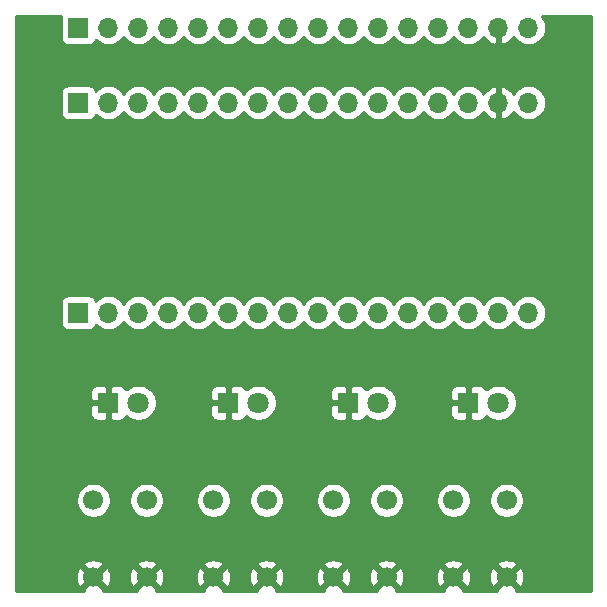
<source format=gbl>
G04 #@! TF.GenerationSoftware,KiCad,Pcbnew,5.1.4-e60b266~84~ubuntu18.04.1*
G04 #@! TF.CreationDate,2019-09-28T19:30:38+02:00*
G04 #@! TF.ProjectId,UpduinoLEDButtonExpander,55706475-696e-46f4-9c45-44427574746f,rev?*
G04 #@! TF.SameCoordinates,PX88dc9f0PY43d3480*
G04 #@! TF.FileFunction,Copper,L2,Bot*
G04 #@! TF.FilePolarity,Positive*
%FSLAX46Y46*%
G04 Gerber Fmt 4.6, Leading zero omitted, Abs format (unit mm)*
G04 Created by KiCad (PCBNEW 5.1.4-e60b266~84~ubuntu18.04.1) date 2019-09-28 19:30:38*
%MOMM*%
%LPD*%
G04 APERTURE LIST*
%ADD10R,1.800000X1.800000*%
%ADD11C,1.800000*%
%ADD12R,1.700000X1.700000*%
%ADD13O,1.700000X1.700000*%
%ADD14C,1.700000*%
%ADD15C,0.800000*%
%ADD16C,0.254000*%
G04 APERTURE END LIST*
D10*
X-16510000Y-25400000D03*
D11*
X-13970000Y-25400000D03*
X-3810000Y-25400000D03*
D10*
X-6350000Y-25400000D03*
D11*
X6350000Y-25400000D03*
D10*
X3810000Y-25400000D03*
X13970000Y-25400000D03*
D11*
X16510000Y-25400000D03*
D12*
X-19050000Y0D03*
D13*
X-16510000Y0D03*
X-13970000Y0D03*
X-11430000Y0D03*
X-8890000Y0D03*
X-6350000Y0D03*
X-3810000Y0D03*
X-1270000Y0D03*
X1270000Y0D03*
X3810000Y0D03*
X6350000Y0D03*
X8890000Y0D03*
X11430000Y0D03*
X13970000Y0D03*
X16510000Y0D03*
X19050000Y0D03*
D14*
X-17780000Y-40155000D03*
X-17780000Y-33655000D03*
X-13280000Y-40155000D03*
X-13280000Y-33655000D03*
X-7620000Y-40155000D03*
X-7620000Y-33655000D03*
X-3120000Y-40155000D03*
X-3120000Y-33655000D03*
X7040000Y-33655000D03*
X7040000Y-40155000D03*
X2540000Y-33655000D03*
X2540000Y-40155000D03*
X17200000Y-33655000D03*
X17200000Y-40155000D03*
X12700000Y-33655000D03*
X12700000Y-40155000D03*
D12*
X-19050000Y-17780000D03*
D13*
X-16510000Y-17780000D03*
X-13970000Y-17780000D03*
X-11430000Y-17780000D03*
X-8890000Y-17780000D03*
X-6350000Y-17780000D03*
X-3810000Y-17780000D03*
X-1270000Y-17780000D03*
X1270000Y-17780000D03*
X3810000Y-17780000D03*
X6350000Y-17780000D03*
X8890000Y-17780000D03*
X11430000Y-17780000D03*
X13970000Y-17780000D03*
X16510000Y-17780000D03*
X19050000Y-17780000D03*
D12*
X-19050000Y6350000D03*
D13*
X-16510000Y6350000D03*
X-13970000Y6350000D03*
X-11430000Y6350000D03*
X-8890000Y6350000D03*
X-6350000Y6350000D03*
X-3810000Y6350000D03*
X-1270000Y6350000D03*
X1270000Y6350000D03*
X3810000Y6350000D03*
X6350000Y6350000D03*
X8890000Y6350000D03*
X11430000Y6350000D03*
X13970000Y6350000D03*
X16510000Y6350000D03*
X19050000Y6350000D03*
D15*
X-17780000Y-31115000D03*
X-7620000Y-31115000D03*
X2540000Y-31115000D03*
X12700000Y-31115000D03*
D16*
G36*
X-20525812Y7324482D02*
G01*
X-20538072Y7200000D01*
X-20538072Y5500000D01*
X-20525812Y5375518D01*
X-20489502Y5255820D01*
X-20430537Y5145506D01*
X-20351185Y5048815D01*
X-20254494Y4969463D01*
X-20144180Y4910498D01*
X-20024482Y4874188D01*
X-19900000Y4861928D01*
X-18200000Y4861928D01*
X-18075518Y4874188D01*
X-17955820Y4910498D01*
X-17845506Y4969463D01*
X-17748815Y5048815D01*
X-17669463Y5145506D01*
X-17610498Y5255820D01*
X-17589607Y5324687D01*
X-17565134Y5294866D01*
X-17339014Y5109294D01*
X-17081034Y4971401D01*
X-16801111Y4886487D01*
X-16582950Y4865000D01*
X-16437050Y4865000D01*
X-16218889Y4886487D01*
X-15938966Y4971401D01*
X-15680986Y5109294D01*
X-15454866Y5294866D01*
X-15269294Y5520986D01*
X-15240000Y5575791D01*
X-15210706Y5520986D01*
X-15025134Y5294866D01*
X-14799014Y5109294D01*
X-14541034Y4971401D01*
X-14261111Y4886487D01*
X-14042950Y4865000D01*
X-13897050Y4865000D01*
X-13678889Y4886487D01*
X-13398966Y4971401D01*
X-13140986Y5109294D01*
X-12914866Y5294866D01*
X-12729294Y5520986D01*
X-12700000Y5575791D01*
X-12670706Y5520986D01*
X-12485134Y5294866D01*
X-12259014Y5109294D01*
X-12001034Y4971401D01*
X-11721111Y4886487D01*
X-11502950Y4865000D01*
X-11357050Y4865000D01*
X-11138889Y4886487D01*
X-10858966Y4971401D01*
X-10600986Y5109294D01*
X-10374866Y5294866D01*
X-10189294Y5520986D01*
X-10160000Y5575791D01*
X-10130706Y5520986D01*
X-9945134Y5294866D01*
X-9719014Y5109294D01*
X-9461034Y4971401D01*
X-9181111Y4886487D01*
X-8962950Y4865000D01*
X-8817050Y4865000D01*
X-8598889Y4886487D01*
X-8318966Y4971401D01*
X-8060986Y5109294D01*
X-7834866Y5294866D01*
X-7649294Y5520986D01*
X-7620000Y5575791D01*
X-7590706Y5520986D01*
X-7405134Y5294866D01*
X-7179014Y5109294D01*
X-6921034Y4971401D01*
X-6641111Y4886487D01*
X-6422950Y4865000D01*
X-6277050Y4865000D01*
X-6058889Y4886487D01*
X-5778966Y4971401D01*
X-5520986Y5109294D01*
X-5294866Y5294866D01*
X-5109294Y5520986D01*
X-5080000Y5575791D01*
X-5050706Y5520986D01*
X-4865134Y5294866D01*
X-4639014Y5109294D01*
X-4381034Y4971401D01*
X-4101111Y4886487D01*
X-3882950Y4865000D01*
X-3737050Y4865000D01*
X-3518889Y4886487D01*
X-3238966Y4971401D01*
X-2980986Y5109294D01*
X-2754866Y5294866D01*
X-2569294Y5520986D01*
X-2540000Y5575791D01*
X-2510706Y5520986D01*
X-2325134Y5294866D01*
X-2099014Y5109294D01*
X-1841034Y4971401D01*
X-1561111Y4886487D01*
X-1342950Y4865000D01*
X-1197050Y4865000D01*
X-978889Y4886487D01*
X-698966Y4971401D01*
X-440986Y5109294D01*
X-214866Y5294866D01*
X-29294Y5520986D01*
X0Y5575791D01*
X29294Y5520986D01*
X214866Y5294866D01*
X440986Y5109294D01*
X698966Y4971401D01*
X978889Y4886487D01*
X1197050Y4865000D01*
X1342950Y4865000D01*
X1561111Y4886487D01*
X1841034Y4971401D01*
X2099014Y5109294D01*
X2325134Y5294866D01*
X2510706Y5520986D01*
X2540000Y5575791D01*
X2569294Y5520986D01*
X2754866Y5294866D01*
X2980986Y5109294D01*
X3238966Y4971401D01*
X3518889Y4886487D01*
X3737050Y4865000D01*
X3882950Y4865000D01*
X4101111Y4886487D01*
X4381034Y4971401D01*
X4639014Y5109294D01*
X4865134Y5294866D01*
X5050706Y5520986D01*
X5080000Y5575791D01*
X5109294Y5520986D01*
X5294866Y5294866D01*
X5520986Y5109294D01*
X5778966Y4971401D01*
X6058889Y4886487D01*
X6277050Y4865000D01*
X6422950Y4865000D01*
X6641111Y4886487D01*
X6921034Y4971401D01*
X7179014Y5109294D01*
X7405134Y5294866D01*
X7590706Y5520986D01*
X7620000Y5575791D01*
X7649294Y5520986D01*
X7834866Y5294866D01*
X8060986Y5109294D01*
X8318966Y4971401D01*
X8598889Y4886487D01*
X8817050Y4865000D01*
X8962950Y4865000D01*
X9181111Y4886487D01*
X9461034Y4971401D01*
X9719014Y5109294D01*
X9945134Y5294866D01*
X10130706Y5520986D01*
X10160000Y5575791D01*
X10189294Y5520986D01*
X10374866Y5294866D01*
X10600986Y5109294D01*
X10858966Y4971401D01*
X11138889Y4886487D01*
X11357050Y4865000D01*
X11502950Y4865000D01*
X11721111Y4886487D01*
X12001034Y4971401D01*
X12259014Y5109294D01*
X12485134Y5294866D01*
X12670706Y5520986D01*
X12700000Y5575791D01*
X12729294Y5520986D01*
X12914866Y5294866D01*
X13140986Y5109294D01*
X13398966Y4971401D01*
X13678889Y4886487D01*
X13897050Y4865000D01*
X14042950Y4865000D01*
X14261111Y4886487D01*
X14541034Y4971401D01*
X14799014Y5109294D01*
X15025134Y5294866D01*
X15210706Y5520986D01*
X15245201Y5585523D01*
X15314822Y5468645D01*
X15509731Y5252412D01*
X15743080Y5078359D01*
X16005901Y4953175D01*
X16153110Y4908524D01*
X16383000Y5029845D01*
X16383000Y6223000D01*
X16363000Y6223000D01*
X16363000Y6477000D01*
X16383000Y6477000D01*
X16383000Y6497000D01*
X16637000Y6497000D01*
X16637000Y6477000D01*
X16657000Y6477000D01*
X16657000Y6223000D01*
X16637000Y6223000D01*
X16637000Y5029845D01*
X16866890Y4908524D01*
X17014099Y4953175D01*
X17276920Y5078359D01*
X17510269Y5252412D01*
X17705178Y5468645D01*
X17774799Y5585523D01*
X17809294Y5520986D01*
X17994866Y5294866D01*
X18220986Y5109294D01*
X18478966Y4971401D01*
X18758889Y4886487D01*
X18977050Y4865000D01*
X19122950Y4865000D01*
X19341111Y4886487D01*
X19621034Y4971401D01*
X19879014Y5109294D01*
X20105134Y5294866D01*
X20290706Y5520986D01*
X20428599Y5778966D01*
X20513513Y6058889D01*
X20542185Y6350000D01*
X20513513Y6641111D01*
X20428599Y6921034D01*
X20290706Y7179014D01*
X20158588Y7340000D01*
X24340000Y7340000D01*
X24340001Y-41340000D01*
X17999980Y-41340000D01*
X18048792Y-41183397D01*
X17200000Y-40334605D01*
X16351208Y-41183397D01*
X16400020Y-41340000D01*
X13499980Y-41340000D01*
X13548792Y-41183397D01*
X12700000Y-40334605D01*
X11851208Y-41183397D01*
X11900020Y-41340000D01*
X7839980Y-41340000D01*
X7888792Y-41183397D01*
X7040000Y-40334605D01*
X6191208Y-41183397D01*
X6240020Y-41340000D01*
X3339980Y-41340000D01*
X3388792Y-41183397D01*
X2540000Y-40334605D01*
X1691208Y-41183397D01*
X1740020Y-41340000D01*
X-2320020Y-41340000D01*
X-2271208Y-41183397D01*
X-3120000Y-40334605D01*
X-3968792Y-41183397D01*
X-3919980Y-41340000D01*
X-6820020Y-41340000D01*
X-6771208Y-41183397D01*
X-7620000Y-40334605D01*
X-8468792Y-41183397D01*
X-8419980Y-41340000D01*
X-12480020Y-41340000D01*
X-12431208Y-41183397D01*
X-13280000Y-40334605D01*
X-14128792Y-41183397D01*
X-14079980Y-41340000D01*
X-16980020Y-41340000D01*
X-16931208Y-41183397D01*
X-17780000Y-40334605D01*
X-18628792Y-41183397D01*
X-18579980Y-41340000D01*
X-24340000Y-41340000D01*
X-24340000Y-40223531D01*
X-19270611Y-40223531D01*
X-19228599Y-40513019D01*
X-19130919Y-40788747D01*
X-19057472Y-40926157D01*
X-18808397Y-41003792D01*
X-17959605Y-40155000D01*
X-17600395Y-40155000D01*
X-16751603Y-41003792D01*
X-16502528Y-40926157D01*
X-16376629Y-40662117D01*
X-16304661Y-40378589D01*
X-16296555Y-40223531D01*
X-14770611Y-40223531D01*
X-14728599Y-40513019D01*
X-14630919Y-40788747D01*
X-14557472Y-40926157D01*
X-14308397Y-41003792D01*
X-13459605Y-40155000D01*
X-13100395Y-40155000D01*
X-12251603Y-41003792D01*
X-12002528Y-40926157D01*
X-11876629Y-40662117D01*
X-11804661Y-40378589D01*
X-11796555Y-40223531D01*
X-9110611Y-40223531D01*
X-9068599Y-40513019D01*
X-8970919Y-40788747D01*
X-8897472Y-40926157D01*
X-8648397Y-41003792D01*
X-7799605Y-40155000D01*
X-7440395Y-40155000D01*
X-6591603Y-41003792D01*
X-6342528Y-40926157D01*
X-6216629Y-40662117D01*
X-6144661Y-40378589D01*
X-6136555Y-40223531D01*
X-4610611Y-40223531D01*
X-4568599Y-40513019D01*
X-4470919Y-40788747D01*
X-4397472Y-40926157D01*
X-4148397Y-41003792D01*
X-3299605Y-40155000D01*
X-2940395Y-40155000D01*
X-2091603Y-41003792D01*
X-1842528Y-40926157D01*
X-1716629Y-40662117D01*
X-1644661Y-40378589D01*
X-1636555Y-40223531D01*
X1049389Y-40223531D01*
X1091401Y-40513019D01*
X1189081Y-40788747D01*
X1262528Y-40926157D01*
X1511603Y-41003792D01*
X2360395Y-40155000D01*
X2719605Y-40155000D01*
X3568397Y-41003792D01*
X3817472Y-40926157D01*
X3943371Y-40662117D01*
X4015339Y-40378589D01*
X4023445Y-40223531D01*
X5549389Y-40223531D01*
X5591401Y-40513019D01*
X5689081Y-40788747D01*
X5762528Y-40926157D01*
X6011603Y-41003792D01*
X6860395Y-40155000D01*
X7219605Y-40155000D01*
X8068397Y-41003792D01*
X8317472Y-40926157D01*
X8443371Y-40662117D01*
X8515339Y-40378589D01*
X8523445Y-40223531D01*
X11209389Y-40223531D01*
X11251401Y-40513019D01*
X11349081Y-40788747D01*
X11422528Y-40926157D01*
X11671603Y-41003792D01*
X12520395Y-40155000D01*
X12879605Y-40155000D01*
X13728397Y-41003792D01*
X13977472Y-40926157D01*
X14103371Y-40662117D01*
X14175339Y-40378589D01*
X14183445Y-40223531D01*
X15709389Y-40223531D01*
X15751401Y-40513019D01*
X15849081Y-40788747D01*
X15922528Y-40926157D01*
X16171603Y-41003792D01*
X17020395Y-40155000D01*
X17379605Y-40155000D01*
X18228397Y-41003792D01*
X18477472Y-40926157D01*
X18603371Y-40662117D01*
X18675339Y-40378589D01*
X18690611Y-40086469D01*
X18648599Y-39796981D01*
X18550919Y-39521253D01*
X18477472Y-39383843D01*
X18228397Y-39306208D01*
X17379605Y-40155000D01*
X17020395Y-40155000D01*
X16171603Y-39306208D01*
X15922528Y-39383843D01*
X15796629Y-39647883D01*
X15724661Y-39931411D01*
X15709389Y-40223531D01*
X14183445Y-40223531D01*
X14190611Y-40086469D01*
X14148599Y-39796981D01*
X14050919Y-39521253D01*
X13977472Y-39383843D01*
X13728397Y-39306208D01*
X12879605Y-40155000D01*
X12520395Y-40155000D01*
X11671603Y-39306208D01*
X11422528Y-39383843D01*
X11296629Y-39647883D01*
X11224661Y-39931411D01*
X11209389Y-40223531D01*
X8523445Y-40223531D01*
X8530611Y-40086469D01*
X8488599Y-39796981D01*
X8390919Y-39521253D01*
X8317472Y-39383843D01*
X8068397Y-39306208D01*
X7219605Y-40155000D01*
X6860395Y-40155000D01*
X6011603Y-39306208D01*
X5762528Y-39383843D01*
X5636629Y-39647883D01*
X5564661Y-39931411D01*
X5549389Y-40223531D01*
X4023445Y-40223531D01*
X4030611Y-40086469D01*
X3988599Y-39796981D01*
X3890919Y-39521253D01*
X3817472Y-39383843D01*
X3568397Y-39306208D01*
X2719605Y-40155000D01*
X2360395Y-40155000D01*
X1511603Y-39306208D01*
X1262528Y-39383843D01*
X1136629Y-39647883D01*
X1064661Y-39931411D01*
X1049389Y-40223531D01*
X-1636555Y-40223531D01*
X-1629389Y-40086469D01*
X-1671401Y-39796981D01*
X-1769081Y-39521253D01*
X-1842528Y-39383843D01*
X-2091603Y-39306208D01*
X-2940395Y-40155000D01*
X-3299605Y-40155000D01*
X-4148397Y-39306208D01*
X-4397472Y-39383843D01*
X-4523371Y-39647883D01*
X-4595339Y-39931411D01*
X-4610611Y-40223531D01*
X-6136555Y-40223531D01*
X-6129389Y-40086469D01*
X-6171401Y-39796981D01*
X-6269081Y-39521253D01*
X-6342528Y-39383843D01*
X-6591603Y-39306208D01*
X-7440395Y-40155000D01*
X-7799605Y-40155000D01*
X-8648397Y-39306208D01*
X-8897472Y-39383843D01*
X-9023371Y-39647883D01*
X-9095339Y-39931411D01*
X-9110611Y-40223531D01*
X-11796555Y-40223531D01*
X-11789389Y-40086469D01*
X-11831401Y-39796981D01*
X-11929081Y-39521253D01*
X-12002528Y-39383843D01*
X-12251603Y-39306208D01*
X-13100395Y-40155000D01*
X-13459605Y-40155000D01*
X-14308397Y-39306208D01*
X-14557472Y-39383843D01*
X-14683371Y-39647883D01*
X-14755339Y-39931411D01*
X-14770611Y-40223531D01*
X-16296555Y-40223531D01*
X-16289389Y-40086469D01*
X-16331401Y-39796981D01*
X-16429081Y-39521253D01*
X-16502528Y-39383843D01*
X-16751603Y-39306208D01*
X-17600395Y-40155000D01*
X-17959605Y-40155000D01*
X-18808397Y-39306208D01*
X-19057472Y-39383843D01*
X-19183371Y-39647883D01*
X-19255339Y-39931411D01*
X-19270611Y-40223531D01*
X-24340000Y-40223531D01*
X-24340000Y-39126603D01*
X-18628792Y-39126603D01*
X-17780000Y-39975395D01*
X-16931208Y-39126603D01*
X-14128792Y-39126603D01*
X-13280000Y-39975395D01*
X-12431208Y-39126603D01*
X-8468792Y-39126603D01*
X-7620000Y-39975395D01*
X-6771208Y-39126603D01*
X-3968792Y-39126603D01*
X-3120000Y-39975395D01*
X-2271208Y-39126603D01*
X1691208Y-39126603D01*
X2540000Y-39975395D01*
X3388792Y-39126603D01*
X6191208Y-39126603D01*
X7040000Y-39975395D01*
X7888792Y-39126603D01*
X11851208Y-39126603D01*
X12700000Y-39975395D01*
X13548792Y-39126603D01*
X16351208Y-39126603D01*
X17200000Y-39975395D01*
X18048792Y-39126603D01*
X17971157Y-38877528D01*
X17707117Y-38751629D01*
X17423589Y-38679661D01*
X17131469Y-38664389D01*
X16841981Y-38706401D01*
X16566253Y-38804081D01*
X16428843Y-38877528D01*
X16351208Y-39126603D01*
X13548792Y-39126603D01*
X13471157Y-38877528D01*
X13207117Y-38751629D01*
X12923589Y-38679661D01*
X12631469Y-38664389D01*
X12341981Y-38706401D01*
X12066253Y-38804081D01*
X11928843Y-38877528D01*
X11851208Y-39126603D01*
X7888792Y-39126603D01*
X7811157Y-38877528D01*
X7547117Y-38751629D01*
X7263589Y-38679661D01*
X6971469Y-38664389D01*
X6681981Y-38706401D01*
X6406253Y-38804081D01*
X6268843Y-38877528D01*
X6191208Y-39126603D01*
X3388792Y-39126603D01*
X3311157Y-38877528D01*
X3047117Y-38751629D01*
X2763589Y-38679661D01*
X2471469Y-38664389D01*
X2181981Y-38706401D01*
X1906253Y-38804081D01*
X1768843Y-38877528D01*
X1691208Y-39126603D01*
X-2271208Y-39126603D01*
X-2348843Y-38877528D01*
X-2612883Y-38751629D01*
X-2896411Y-38679661D01*
X-3188531Y-38664389D01*
X-3478019Y-38706401D01*
X-3753747Y-38804081D01*
X-3891157Y-38877528D01*
X-3968792Y-39126603D01*
X-6771208Y-39126603D01*
X-6848843Y-38877528D01*
X-7112883Y-38751629D01*
X-7396411Y-38679661D01*
X-7688531Y-38664389D01*
X-7978019Y-38706401D01*
X-8253747Y-38804081D01*
X-8391157Y-38877528D01*
X-8468792Y-39126603D01*
X-12431208Y-39126603D01*
X-12508843Y-38877528D01*
X-12772883Y-38751629D01*
X-13056411Y-38679661D01*
X-13348531Y-38664389D01*
X-13638019Y-38706401D01*
X-13913747Y-38804081D01*
X-14051157Y-38877528D01*
X-14128792Y-39126603D01*
X-16931208Y-39126603D01*
X-17008843Y-38877528D01*
X-17272883Y-38751629D01*
X-17556411Y-38679661D01*
X-17848531Y-38664389D01*
X-18138019Y-38706401D01*
X-18413747Y-38804081D01*
X-18551157Y-38877528D01*
X-18628792Y-39126603D01*
X-24340000Y-39126603D01*
X-24340000Y-33508740D01*
X-19265000Y-33508740D01*
X-19265000Y-33801260D01*
X-19207932Y-34088158D01*
X-19095990Y-34358411D01*
X-18933475Y-34601632D01*
X-18726632Y-34808475D01*
X-18483411Y-34970990D01*
X-18213158Y-35082932D01*
X-17926260Y-35140000D01*
X-17633740Y-35140000D01*
X-17346842Y-35082932D01*
X-17076589Y-34970990D01*
X-16833368Y-34808475D01*
X-16626525Y-34601632D01*
X-16464010Y-34358411D01*
X-16352068Y-34088158D01*
X-16295000Y-33801260D01*
X-16295000Y-33508740D01*
X-14765000Y-33508740D01*
X-14765000Y-33801260D01*
X-14707932Y-34088158D01*
X-14595990Y-34358411D01*
X-14433475Y-34601632D01*
X-14226632Y-34808475D01*
X-13983411Y-34970990D01*
X-13713158Y-35082932D01*
X-13426260Y-35140000D01*
X-13133740Y-35140000D01*
X-12846842Y-35082932D01*
X-12576589Y-34970990D01*
X-12333368Y-34808475D01*
X-12126525Y-34601632D01*
X-11964010Y-34358411D01*
X-11852068Y-34088158D01*
X-11795000Y-33801260D01*
X-11795000Y-33508740D01*
X-9105000Y-33508740D01*
X-9105000Y-33801260D01*
X-9047932Y-34088158D01*
X-8935990Y-34358411D01*
X-8773475Y-34601632D01*
X-8566632Y-34808475D01*
X-8323411Y-34970990D01*
X-8053158Y-35082932D01*
X-7766260Y-35140000D01*
X-7473740Y-35140000D01*
X-7186842Y-35082932D01*
X-6916589Y-34970990D01*
X-6673368Y-34808475D01*
X-6466525Y-34601632D01*
X-6304010Y-34358411D01*
X-6192068Y-34088158D01*
X-6135000Y-33801260D01*
X-6135000Y-33508740D01*
X-4605000Y-33508740D01*
X-4605000Y-33801260D01*
X-4547932Y-34088158D01*
X-4435990Y-34358411D01*
X-4273475Y-34601632D01*
X-4066632Y-34808475D01*
X-3823411Y-34970990D01*
X-3553158Y-35082932D01*
X-3266260Y-35140000D01*
X-2973740Y-35140000D01*
X-2686842Y-35082932D01*
X-2416589Y-34970990D01*
X-2173368Y-34808475D01*
X-1966525Y-34601632D01*
X-1804010Y-34358411D01*
X-1692068Y-34088158D01*
X-1635000Y-33801260D01*
X-1635000Y-33508740D01*
X1055000Y-33508740D01*
X1055000Y-33801260D01*
X1112068Y-34088158D01*
X1224010Y-34358411D01*
X1386525Y-34601632D01*
X1593368Y-34808475D01*
X1836589Y-34970990D01*
X2106842Y-35082932D01*
X2393740Y-35140000D01*
X2686260Y-35140000D01*
X2973158Y-35082932D01*
X3243411Y-34970990D01*
X3486632Y-34808475D01*
X3693475Y-34601632D01*
X3855990Y-34358411D01*
X3967932Y-34088158D01*
X4025000Y-33801260D01*
X4025000Y-33508740D01*
X5555000Y-33508740D01*
X5555000Y-33801260D01*
X5612068Y-34088158D01*
X5724010Y-34358411D01*
X5886525Y-34601632D01*
X6093368Y-34808475D01*
X6336589Y-34970990D01*
X6606842Y-35082932D01*
X6893740Y-35140000D01*
X7186260Y-35140000D01*
X7473158Y-35082932D01*
X7743411Y-34970990D01*
X7986632Y-34808475D01*
X8193475Y-34601632D01*
X8355990Y-34358411D01*
X8467932Y-34088158D01*
X8525000Y-33801260D01*
X8525000Y-33508740D01*
X11215000Y-33508740D01*
X11215000Y-33801260D01*
X11272068Y-34088158D01*
X11384010Y-34358411D01*
X11546525Y-34601632D01*
X11753368Y-34808475D01*
X11996589Y-34970990D01*
X12266842Y-35082932D01*
X12553740Y-35140000D01*
X12846260Y-35140000D01*
X13133158Y-35082932D01*
X13403411Y-34970990D01*
X13646632Y-34808475D01*
X13853475Y-34601632D01*
X14015990Y-34358411D01*
X14127932Y-34088158D01*
X14185000Y-33801260D01*
X14185000Y-33508740D01*
X15715000Y-33508740D01*
X15715000Y-33801260D01*
X15772068Y-34088158D01*
X15884010Y-34358411D01*
X16046525Y-34601632D01*
X16253368Y-34808475D01*
X16496589Y-34970990D01*
X16766842Y-35082932D01*
X17053740Y-35140000D01*
X17346260Y-35140000D01*
X17633158Y-35082932D01*
X17903411Y-34970990D01*
X18146632Y-34808475D01*
X18353475Y-34601632D01*
X18515990Y-34358411D01*
X18627932Y-34088158D01*
X18685000Y-33801260D01*
X18685000Y-33508740D01*
X18627932Y-33221842D01*
X18515990Y-32951589D01*
X18353475Y-32708368D01*
X18146632Y-32501525D01*
X17903411Y-32339010D01*
X17633158Y-32227068D01*
X17346260Y-32170000D01*
X17053740Y-32170000D01*
X16766842Y-32227068D01*
X16496589Y-32339010D01*
X16253368Y-32501525D01*
X16046525Y-32708368D01*
X15884010Y-32951589D01*
X15772068Y-33221842D01*
X15715000Y-33508740D01*
X14185000Y-33508740D01*
X14127932Y-33221842D01*
X14015990Y-32951589D01*
X13853475Y-32708368D01*
X13646632Y-32501525D01*
X13403411Y-32339010D01*
X13133158Y-32227068D01*
X12846260Y-32170000D01*
X12553740Y-32170000D01*
X12266842Y-32227068D01*
X11996589Y-32339010D01*
X11753368Y-32501525D01*
X11546525Y-32708368D01*
X11384010Y-32951589D01*
X11272068Y-33221842D01*
X11215000Y-33508740D01*
X8525000Y-33508740D01*
X8467932Y-33221842D01*
X8355990Y-32951589D01*
X8193475Y-32708368D01*
X7986632Y-32501525D01*
X7743411Y-32339010D01*
X7473158Y-32227068D01*
X7186260Y-32170000D01*
X6893740Y-32170000D01*
X6606842Y-32227068D01*
X6336589Y-32339010D01*
X6093368Y-32501525D01*
X5886525Y-32708368D01*
X5724010Y-32951589D01*
X5612068Y-33221842D01*
X5555000Y-33508740D01*
X4025000Y-33508740D01*
X3967932Y-33221842D01*
X3855990Y-32951589D01*
X3693475Y-32708368D01*
X3486632Y-32501525D01*
X3243411Y-32339010D01*
X2973158Y-32227068D01*
X2686260Y-32170000D01*
X2393740Y-32170000D01*
X2106842Y-32227068D01*
X1836589Y-32339010D01*
X1593368Y-32501525D01*
X1386525Y-32708368D01*
X1224010Y-32951589D01*
X1112068Y-33221842D01*
X1055000Y-33508740D01*
X-1635000Y-33508740D01*
X-1692068Y-33221842D01*
X-1804010Y-32951589D01*
X-1966525Y-32708368D01*
X-2173368Y-32501525D01*
X-2416589Y-32339010D01*
X-2686842Y-32227068D01*
X-2973740Y-32170000D01*
X-3266260Y-32170000D01*
X-3553158Y-32227068D01*
X-3823411Y-32339010D01*
X-4066632Y-32501525D01*
X-4273475Y-32708368D01*
X-4435990Y-32951589D01*
X-4547932Y-33221842D01*
X-4605000Y-33508740D01*
X-6135000Y-33508740D01*
X-6192068Y-33221842D01*
X-6304010Y-32951589D01*
X-6466525Y-32708368D01*
X-6673368Y-32501525D01*
X-6916589Y-32339010D01*
X-7186842Y-32227068D01*
X-7473740Y-32170000D01*
X-7766260Y-32170000D01*
X-8053158Y-32227068D01*
X-8323411Y-32339010D01*
X-8566632Y-32501525D01*
X-8773475Y-32708368D01*
X-8935990Y-32951589D01*
X-9047932Y-33221842D01*
X-9105000Y-33508740D01*
X-11795000Y-33508740D01*
X-11852068Y-33221842D01*
X-11964010Y-32951589D01*
X-12126525Y-32708368D01*
X-12333368Y-32501525D01*
X-12576589Y-32339010D01*
X-12846842Y-32227068D01*
X-13133740Y-32170000D01*
X-13426260Y-32170000D01*
X-13713158Y-32227068D01*
X-13983411Y-32339010D01*
X-14226632Y-32501525D01*
X-14433475Y-32708368D01*
X-14595990Y-32951589D01*
X-14707932Y-33221842D01*
X-14765000Y-33508740D01*
X-16295000Y-33508740D01*
X-16352068Y-33221842D01*
X-16464010Y-32951589D01*
X-16626525Y-32708368D01*
X-16833368Y-32501525D01*
X-17076589Y-32339010D01*
X-17346842Y-32227068D01*
X-17633740Y-32170000D01*
X-17926260Y-32170000D01*
X-18213158Y-32227068D01*
X-18483411Y-32339010D01*
X-18726632Y-32501525D01*
X-18933475Y-32708368D01*
X-19095990Y-32951589D01*
X-19207932Y-33221842D01*
X-19265000Y-33508740D01*
X-24340000Y-33508740D01*
X-24340000Y-26300000D01*
X-18048072Y-26300000D01*
X-18035812Y-26424482D01*
X-17999502Y-26544180D01*
X-17940537Y-26654494D01*
X-17861185Y-26751185D01*
X-17764494Y-26830537D01*
X-17654180Y-26889502D01*
X-17534482Y-26925812D01*
X-17410000Y-26938072D01*
X-16795750Y-26935000D01*
X-16637000Y-26776250D01*
X-16637000Y-25527000D01*
X-17886250Y-25527000D01*
X-18045000Y-25685750D01*
X-18048072Y-26300000D01*
X-24340000Y-26300000D01*
X-24340000Y-24500000D01*
X-18048072Y-24500000D01*
X-18045000Y-25114250D01*
X-17886250Y-25273000D01*
X-16637000Y-25273000D01*
X-16637000Y-24023750D01*
X-16383000Y-24023750D01*
X-16383000Y-25273000D01*
X-16363000Y-25273000D01*
X-16363000Y-25527000D01*
X-16383000Y-25527000D01*
X-16383000Y-26776250D01*
X-16224250Y-26935000D01*
X-15610000Y-26938072D01*
X-15485518Y-26925812D01*
X-15365820Y-26889502D01*
X-15255506Y-26830537D01*
X-15158815Y-26751185D01*
X-15079463Y-26654494D01*
X-15020498Y-26544180D01*
X-15014944Y-26525873D01*
X-14948505Y-26592312D01*
X-14697095Y-26760299D01*
X-14417743Y-26876011D01*
X-14121184Y-26935000D01*
X-13818816Y-26935000D01*
X-13522257Y-26876011D01*
X-13242905Y-26760299D01*
X-12991495Y-26592312D01*
X-12777688Y-26378505D01*
X-12725233Y-26300000D01*
X-7888072Y-26300000D01*
X-7875812Y-26424482D01*
X-7839502Y-26544180D01*
X-7780537Y-26654494D01*
X-7701185Y-26751185D01*
X-7604494Y-26830537D01*
X-7494180Y-26889502D01*
X-7374482Y-26925812D01*
X-7250000Y-26938072D01*
X-6635750Y-26935000D01*
X-6477000Y-26776250D01*
X-6477000Y-25527000D01*
X-7726250Y-25527000D01*
X-7885000Y-25685750D01*
X-7888072Y-26300000D01*
X-12725233Y-26300000D01*
X-12609701Y-26127095D01*
X-12493989Y-25847743D01*
X-12435000Y-25551184D01*
X-12435000Y-25248816D01*
X-12493989Y-24952257D01*
X-12609701Y-24672905D01*
X-12725232Y-24500000D01*
X-7888072Y-24500000D01*
X-7885000Y-25114250D01*
X-7726250Y-25273000D01*
X-6477000Y-25273000D01*
X-6477000Y-24023750D01*
X-6223000Y-24023750D01*
X-6223000Y-25273000D01*
X-6203000Y-25273000D01*
X-6203000Y-25527000D01*
X-6223000Y-25527000D01*
X-6223000Y-26776250D01*
X-6064250Y-26935000D01*
X-5450000Y-26938072D01*
X-5325518Y-26925812D01*
X-5205820Y-26889502D01*
X-5095506Y-26830537D01*
X-4998815Y-26751185D01*
X-4919463Y-26654494D01*
X-4860498Y-26544180D01*
X-4854944Y-26525873D01*
X-4788505Y-26592312D01*
X-4537095Y-26760299D01*
X-4257743Y-26876011D01*
X-3961184Y-26935000D01*
X-3658816Y-26935000D01*
X-3362257Y-26876011D01*
X-3082905Y-26760299D01*
X-2831495Y-26592312D01*
X-2617688Y-26378505D01*
X-2565233Y-26300000D01*
X2271928Y-26300000D01*
X2284188Y-26424482D01*
X2320498Y-26544180D01*
X2379463Y-26654494D01*
X2458815Y-26751185D01*
X2555506Y-26830537D01*
X2665820Y-26889502D01*
X2785518Y-26925812D01*
X2910000Y-26938072D01*
X3524250Y-26935000D01*
X3683000Y-26776250D01*
X3683000Y-25527000D01*
X2433750Y-25527000D01*
X2275000Y-25685750D01*
X2271928Y-26300000D01*
X-2565233Y-26300000D01*
X-2449701Y-26127095D01*
X-2333989Y-25847743D01*
X-2275000Y-25551184D01*
X-2275000Y-25248816D01*
X-2333989Y-24952257D01*
X-2449701Y-24672905D01*
X-2565232Y-24500000D01*
X2271928Y-24500000D01*
X2275000Y-25114250D01*
X2433750Y-25273000D01*
X3683000Y-25273000D01*
X3683000Y-24023750D01*
X3937000Y-24023750D01*
X3937000Y-25273000D01*
X3957000Y-25273000D01*
X3957000Y-25527000D01*
X3937000Y-25527000D01*
X3937000Y-26776250D01*
X4095750Y-26935000D01*
X4710000Y-26938072D01*
X4834482Y-26925812D01*
X4954180Y-26889502D01*
X5064494Y-26830537D01*
X5161185Y-26751185D01*
X5240537Y-26654494D01*
X5299502Y-26544180D01*
X5305056Y-26525873D01*
X5371495Y-26592312D01*
X5622905Y-26760299D01*
X5902257Y-26876011D01*
X6198816Y-26935000D01*
X6501184Y-26935000D01*
X6797743Y-26876011D01*
X7077095Y-26760299D01*
X7328505Y-26592312D01*
X7542312Y-26378505D01*
X7594767Y-26300000D01*
X12431928Y-26300000D01*
X12444188Y-26424482D01*
X12480498Y-26544180D01*
X12539463Y-26654494D01*
X12618815Y-26751185D01*
X12715506Y-26830537D01*
X12825820Y-26889502D01*
X12945518Y-26925812D01*
X13070000Y-26938072D01*
X13684250Y-26935000D01*
X13843000Y-26776250D01*
X13843000Y-25527000D01*
X12593750Y-25527000D01*
X12435000Y-25685750D01*
X12431928Y-26300000D01*
X7594767Y-26300000D01*
X7710299Y-26127095D01*
X7826011Y-25847743D01*
X7885000Y-25551184D01*
X7885000Y-25248816D01*
X7826011Y-24952257D01*
X7710299Y-24672905D01*
X7594768Y-24500000D01*
X12431928Y-24500000D01*
X12435000Y-25114250D01*
X12593750Y-25273000D01*
X13843000Y-25273000D01*
X13843000Y-24023750D01*
X14097000Y-24023750D01*
X14097000Y-25273000D01*
X14117000Y-25273000D01*
X14117000Y-25527000D01*
X14097000Y-25527000D01*
X14097000Y-26776250D01*
X14255750Y-26935000D01*
X14870000Y-26938072D01*
X14994482Y-26925812D01*
X15114180Y-26889502D01*
X15224494Y-26830537D01*
X15321185Y-26751185D01*
X15400537Y-26654494D01*
X15459502Y-26544180D01*
X15465056Y-26525873D01*
X15531495Y-26592312D01*
X15782905Y-26760299D01*
X16062257Y-26876011D01*
X16358816Y-26935000D01*
X16661184Y-26935000D01*
X16957743Y-26876011D01*
X17237095Y-26760299D01*
X17488505Y-26592312D01*
X17702312Y-26378505D01*
X17870299Y-26127095D01*
X17986011Y-25847743D01*
X18045000Y-25551184D01*
X18045000Y-25248816D01*
X17986011Y-24952257D01*
X17870299Y-24672905D01*
X17702312Y-24421495D01*
X17488505Y-24207688D01*
X17237095Y-24039701D01*
X16957743Y-23923989D01*
X16661184Y-23865000D01*
X16358816Y-23865000D01*
X16062257Y-23923989D01*
X15782905Y-24039701D01*
X15531495Y-24207688D01*
X15465056Y-24274127D01*
X15459502Y-24255820D01*
X15400537Y-24145506D01*
X15321185Y-24048815D01*
X15224494Y-23969463D01*
X15114180Y-23910498D01*
X14994482Y-23874188D01*
X14870000Y-23861928D01*
X14255750Y-23865000D01*
X14097000Y-24023750D01*
X13843000Y-24023750D01*
X13684250Y-23865000D01*
X13070000Y-23861928D01*
X12945518Y-23874188D01*
X12825820Y-23910498D01*
X12715506Y-23969463D01*
X12618815Y-24048815D01*
X12539463Y-24145506D01*
X12480498Y-24255820D01*
X12444188Y-24375518D01*
X12431928Y-24500000D01*
X7594768Y-24500000D01*
X7542312Y-24421495D01*
X7328505Y-24207688D01*
X7077095Y-24039701D01*
X6797743Y-23923989D01*
X6501184Y-23865000D01*
X6198816Y-23865000D01*
X5902257Y-23923989D01*
X5622905Y-24039701D01*
X5371495Y-24207688D01*
X5305056Y-24274127D01*
X5299502Y-24255820D01*
X5240537Y-24145506D01*
X5161185Y-24048815D01*
X5064494Y-23969463D01*
X4954180Y-23910498D01*
X4834482Y-23874188D01*
X4710000Y-23861928D01*
X4095750Y-23865000D01*
X3937000Y-24023750D01*
X3683000Y-24023750D01*
X3524250Y-23865000D01*
X2910000Y-23861928D01*
X2785518Y-23874188D01*
X2665820Y-23910498D01*
X2555506Y-23969463D01*
X2458815Y-24048815D01*
X2379463Y-24145506D01*
X2320498Y-24255820D01*
X2284188Y-24375518D01*
X2271928Y-24500000D01*
X-2565232Y-24500000D01*
X-2617688Y-24421495D01*
X-2831495Y-24207688D01*
X-3082905Y-24039701D01*
X-3362257Y-23923989D01*
X-3658816Y-23865000D01*
X-3961184Y-23865000D01*
X-4257743Y-23923989D01*
X-4537095Y-24039701D01*
X-4788505Y-24207688D01*
X-4854944Y-24274127D01*
X-4860498Y-24255820D01*
X-4919463Y-24145506D01*
X-4998815Y-24048815D01*
X-5095506Y-23969463D01*
X-5205820Y-23910498D01*
X-5325518Y-23874188D01*
X-5450000Y-23861928D01*
X-6064250Y-23865000D01*
X-6223000Y-24023750D01*
X-6477000Y-24023750D01*
X-6635750Y-23865000D01*
X-7250000Y-23861928D01*
X-7374482Y-23874188D01*
X-7494180Y-23910498D01*
X-7604494Y-23969463D01*
X-7701185Y-24048815D01*
X-7780537Y-24145506D01*
X-7839502Y-24255820D01*
X-7875812Y-24375518D01*
X-7888072Y-24500000D01*
X-12725232Y-24500000D01*
X-12777688Y-24421495D01*
X-12991495Y-24207688D01*
X-13242905Y-24039701D01*
X-13522257Y-23923989D01*
X-13818816Y-23865000D01*
X-14121184Y-23865000D01*
X-14417743Y-23923989D01*
X-14697095Y-24039701D01*
X-14948505Y-24207688D01*
X-15014944Y-24274127D01*
X-15020498Y-24255820D01*
X-15079463Y-24145506D01*
X-15158815Y-24048815D01*
X-15255506Y-23969463D01*
X-15365820Y-23910498D01*
X-15485518Y-23874188D01*
X-15610000Y-23861928D01*
X-16224250Y-23865000D01*
X-16383000Y-24023750D01*
X-16637000Y-24023750D01*
X-16795750Y-23865000D01*
X-17410000Y-23861928D01*
X-17534482Y-23874188D01*
X-17654180Y-23910498D01*
X-17764494Y-23969463D01*
X-17861185Y-24048815D01*
X-17940537Y-24145506D01*
X-17999502Y-24255820D01*
X-18035812Y-24375518D01*
X-18048072Y-24500000D01*
X-24340000Y-24500000D01*
X-24340000Y-16930000D01*
X-20538072Y-16930000D01*
X-20538072Y-18630000D01*
X-20525812Y-18754482D01*
X-20489502Y-18874180D01*
X-20430537Y-18984494D01*
X-20351185Y-19081185D01*
X-20254494Y-19160537D01*
X-20144180Y-19219502D01*
X-20024482Y-19255812D01*
X-19900000Y-19268072D01*
X-18200000Y-19268072D01*
X-18075518Y-19255812D01*
X-17955820Y-19219502D01*
X-17845506Y-19160537D01*
X-17748815Y-19081185D01*
X-17669463Y-18984494D01*
X-17610498Y-18874180D01*
X-17589607Y-18805313D01*
X-17565134Y-18835134D01*
X-17339014Y-19020706D01*
X-17081034Y-19158599D01*
X-16801111Y-19243513D01*
X-16582950Y-19265000D01*
X-16437050Y-19265000D01*
X-16218889Y-19243513D01*
X-15938966Y-19158599D01*
X-15680986Y-19020706D01*
X-15454866Y-18835134D01*
X-15269294Y-18609014D01*
X-15240000Y-18554209D01*
X-15210706Y-18609014D01*
X-15025134Y-18835134D01*
X-14799014Y-19020706D01*
X-14541034Y-19158599D01*
X-14261111Y-19243513D01*
X-14042950Y-19265000D01*
X-13897050Y-19265000D01*
X-13678889Y-19243513D01*
X-13398966Y-19158599D01*
X-13140986Y-19020706D01*
X-12914866Y-18835134D01*
X-12729294Y-18609014D01*
X-12700000Y-18554209D01*
X-12670706Y-18609014D01*
X-12485134Y-18835134D01*
X-12259014Y-19020706D01*
X-12001034Y-19158599D01*
X-11721111Y-19243513D01*
X-11502950Y-19265000D01*
X-11357050Y-19265000D01*
X-11138889Y-19243513D01*
X-10858966Y-19158599D01*
X-10600986Y-19020706D01*
X-10374866Y-18835134D01*
X-10189294Y-18609014D01*
X-10160000Y-18554209D01*
X-10130706Y-18609014D01*
X-9945134Y-18835134D01*
X-9719014Y-19020706D01*
X-9461034Y-19158599D01*
X-9181111Y-19243513D01*
X-8962950Y-19265000D01*
X-8817050Y-19265000D01*
X-8598889Y-19243513D01*
X-8318966Y-19158599D01*
X-8060986Y-19020706D01*
X-7834866Y-18835134D01*
X-7649294Y-18609014D01*
X-7620000Y-18554209D01*
X-7590706Y-18609014D01*
X-7405134Y-18835134D01*
X-7179014Y-19020706D01*
X-6921034Y-19158599D01*
X-6641111Y-19243513D01*
X-6422950Y-19265000D01*
X-6277050Y-19265000D01*
X-6058889Y-19243513D01*
X-5778966Y-19158599D01*
X-5520986Y-19020706D01*
X-5294866Y-18835134D01*
X-5109294Y-18609014D01*
X-5080000Y-18554209D01*
X-5050706Y-18609014D01*
X-4865134Y-18835134D01*
X-4639014Y-19020706D01*
X-4381034Y-19158599D01*
X-4101111Y-19243513D01*
X-3882950Y-19265000D01*
X-3737050Y-19265000D01*
X-3518889Y-19243513D01*
X-3238966Y-19158599D01*
X-2980986Y-19020706D01*
X-2754866Y-18835134D01*
X-2569294Y-18609014D01*
X-2540000Y-18554209D01*
X-2510706Y-18609014D01*
X-2325134Y-18835134D01*
X-2099014Y-19020706D01*
X-1841034Y-19158599D01*
X-1561111Y-19243513D01*
X-1342950Y-19265000D01*
X-1197050Y-19265000D01*
X-978889Y-19243513D01*
X-698966Y-19158599D01*
X-440986Y-19020706D01*
X-214866Y-18835134D01*
X-29294Y-18609014D01*
X0Y-18554209D01*
X29294Y-18609014D01*
X214866Y-18835134D01*
X440986Y-19020706D01*
X698966Y-19158599D01*
X978889Y-19243513D01*
X1197050Y-19265000D01*
X1342950Y-19265000D01*
X1561111Y-19243513D01*
X1841034Y-19158599D01*
X2099014Y-19020706D01*
X2325134Y-18835134D01*
X2510706Y-18609014D01*
X2540000Y-18554209D01*
X2569294Y-18609014D01*
X2754866Y-18835134D01*
X2980986Y-19020706D01*
X3238966Y-19158599D01*
X3518889Y-19243513D01*
X3737050Y-19265000D01*
X3882950Y-19265000D01*
X4101111Y-19243513D01*
X4381034Y-19158599D01*
X4639014Y-19020706D01*
X4865134Y-18835134D01*
X5050706Y-18609014D01*
X5080000Y-18554209D01*
X5109294Y-18609014D01*
X5294866Y-18835134D01*
X5520986Y-19020706D01*
X5778966Y-19158599D01*
X6058889Y-19243513D01*
X6277050Y-19265000D01*
X6422950Y-19265000D01*
X6641111Y-19243513D01*
X6921034Y-19158599D01*
X7179014Y-19020706D01*
X7405134Y-18835134D01*
X7590706Y-18609014D01*
X7620000Y-18554209D01*
X7649294Y-18609014D01*
X7834866Y-18835134D01*
X8060986Y-19020706D01*
X8318966Y-19158599D01*
X8598889Y-19243513D01*
X8817050Y-19265000D01*
X8962950Y-19265000D01*
X9181111Y-19243513D01*
X9461034Y-19158599D01*
X9719014Y-19020706D01*
X9945134Y-18835134D01*
X10130706Y-18609014D01*
X10160000Y-18554209D01*
X10189294Y-18609014D01*
X10374866Y-18835134D01*
X10600986Y-19020706D01*
X10858966Y-19158599D01*
X11138889Y-19243513D01*
X11357050Y-19265000D01*
X11502950Y-19265000D01*
X11721111Y-19243513D01*
X12001034Y-19158599D01*
X12259014Y-19020706D01*
X12485134Y-18835134D01*
X12670706Y-18609014D01*
X12700000Y-18554209D01*
X12729294Y-18609014D01*
X12914866Y-18835134D01*
X13140986Y-19020706D01*
X13398966Y-19158599D01*
X13678889Y-19243513D01*
X13897050Y-19265000D01*
X14042950Y-19265000D01*
X14261111Y-19243513D01*
X14541034Y-19158599D01*
X14799014Y-19020706D01*
X15025134Y-18835134D01*
X15210706Y-18609014D01*
X15240000Y-18554209D01*
X15269294Y-18609014D01*
X15454866Y-18835134D01*
X15680986Y-19020706D01*
X15938966Y-19158599D01*
X16218889Y-19243513D01*
X16437050Y-19265000D01*
X16582950Y-19265000D01*
X16801111Y-19243513D01*
X17081034Y-19158599D01*
X17339014Y-19020706D01*
X17565134Y-18835134D01*
X17750706Y-18609014D01*
X17780000Y-18554209D01*
X17809294Y-18609014D01*
X17994866Y-18835134D01*
X18220986Y-19020706D01*
X18478966Y-19158599D01*
X18758889Y-19243513D01*
X18977050Y-19265000D01*
X19122950Y-19265000D01*
X19341111Y-19243513D01*
X19621034Y-19158599D01*
X19879014Y-19020706D01*
X20105134Y-18835134D01*
X20290706Y-18609014D01*
X20428599Y-18351034D01*
X20513513Y-18071111D01*
X20542185Y-17780000D01*
X20513513Y-17488889D01*
X20428599Y-17208966D01*
X20290706Y-16950986D01*
X20105134Y-16724866D01*
X19879014Y-16539294D01*
X19621034Y-16401401D01*
X19341111Y-16316487D01*
X19122950Y-16295000D01*
X18977050Y-16295000D01*
X18758889Y-16316487D01*
X18478966Y-16401401D01*
X18220986Y-16539294D01*
X17994866Y-16724866D01*
X17809294Y-16950986D01*
X17780000Y-17005791D01*
X17750706Y-16950986D01*
X17565134Y-16724866D01*
X17339014Y-16539294D01*
X17081034Y-16401401D01*
X16801111Y-16316487D01*
X16582950Y-16295000D01*
X16437050Y-16295000D01*
X16218889Y-16316487D01*
X15938966Y-16401401D01*
X15680986Y-16539294D01*
X15454866Y-16724866D01*
X15269294Y-16950986D01*
X15240000Y-17005791D01*
X15210706Y-16950986D01*
X15025134Y-16724866D01*
X14799014Y-16539294D01*
X14541034Y-16401401D01*
X14261111Y-16316487D01*
X14042950Y-16295000D01*
X13897050Y-16295000D01*
X13678889Y-16316487D01*
X13398966Y-16401401D01*
X13140986Y-16539294D01*
X12914866Y-16724866D01*
X12729294Y-16950986D01*
X12700000Y-17005791D01*
X12670706Y-16950986D01*
X12485134Y-16724866D01*
X12259014Y-16539294D01*
X12001034Y-16401401D01*
X11721111Y-16316487D01*
X11502950Y-16295000D01*
X11357050Y-16295000D01*
X11138889Y-16316487D01*
X10858966Y-16401401D01*
X10600986Y-16539294D01*
X10374866Y-16724866D01*
X10189294Y-16950986D01*
X10160000Y-17005791D01*
X10130706Y-16950986D01*
X9945134Y-16724866D01*
X9719014Y-16539294D01*
X9461034Y-16401401D01*
X9181111Y-16316487D01*
X8962950Y-16295000D01*
X8817050Y-16295000D01*
X8598889Y-16316487D01*
X8318966Y-16401401D01*
X8060986Y-16539294D01*
X7834866Y-16724866D01*
X7649294Y-16950986D01*
X7620000Y-17005791D01*
X7590706Y-16950986D01*
X7405134Y-16724866D01*
X7179014Y-16539294D01*
X6921034Y-16401401D01*
X6641111Y-16316487D01*
X6422950Y-16295000D01*
X6277050Y-16295000D01*
X6058889Y-16316487D01*
X5778966Y-16401401D01*
X5520986Y-16539294D01*
X5294866Y-16724866D01*
X5109294Y-16950986D01*
X5080000Y-17005791D01*
X5050706Y-16950986D01*
X4865134Y-16724866D01*
X4639014Y-16539294D01*
X4381034Y-16401401D01*
X4101111Y-16316487D01*
X3882950Y-16295000D01*
X3737050Y-16295000D01*
X3518889Y-16316487D01*
X3238966Y-16401401D01*
X2980986Y-16539294D01*
X2754866Y-16724866D01*
X2569294Y-16950986D01*
X2540000Y-17005791D01*
X2510706Y-16950986D01*
X2325134Y-16724866D01*
X2099014Y-16539294D01*
X1841034Y-16401401D01*
X1561111Y-16316487D01*
X1342950Y-16295000D01*
X1197050Y-16295000D01*
X978889Y-16316487D01*
X698966Y-16401401D01*
X440986Y-16539294D01*
X214866Y-16724866D01*
X29294Y-16950986D01*
X0Y-17005791D01*
X-29294Y-16950986D01*
X-214866Y-16724866D01*
X-440986Y-16539294D01*
X-698966Y-16401401D01*
X-978889Y-16316487D01*
X-1197050Y-16295000D01*
X-1342950Y-16295000D01*
X-1561111Y-16316487D01*
X-1841034Y-16401401D01*
X-2099014Y-16539294D01*
X-2325134Y-16724866D01*
X-2510706Y-16950986D01*
X-2540000Y-17005791D01*
X-2569294Y-16950986D01*
X-2754866Y-16724866D01*
X-2980986Y-16539294D01*
X-3238966Y-16401401D01*
X-3518889Y-16316487D01*
X-3737050Y-16295000D01*
X-3882950Y-16295000D01*
X-4101111Y-16316487D01*
X-4381034Y-16401401D01*
X-4639014Y-16539294D01*
X-4865134Y-16724866D01*
X-5050706Y-16950986D01*
X-5080000Y-17005791D01*
X-5109294Y-16950986D01*
X-5294866Y-16724866D01*
X-5520986Y-16539294D01*
X-5778966Y-16401401D01*
X-6058889Y-16316487D01*
X-6277050Y-16295000D01*
X-6422950Y-16295000D01*
X-6641111Y-16316487D01*
X-6921034Y-16401401D01*
X-7179014Y-16539294D01*
X-7405134Y-16724866D01*
X-7590706Y-16950986D01*
X-7620000Y-17005791D01*
X-7649294Y-16950986D01*
X-7834866Y-16724866D01*
X-8060986Y-16539294D01*
X-8318966Y-16401401D01*
X-8598889Y-16316487D01*
X-8817050Y-16295000D01*
X-8962950Y-16295000D01*
X-9181111Y-16316487D01*
X-9461034Y-16401401D01*
X-9719014Y-16539294D01*
X-9945134Y-16724866D01*
X-10130706Y-16950986D01*
X-10160000Y-17005791D01*
X-10189294Y-16950986D01*
X-10374866Y-16724866D01*
X-10600986Y-16539294D01*
X-10858966Y-16401401D01*
X-11138889Y-16316487D01*
X-11357050Y-16295000D01*
X-11502950Y-16295000D01*
X-11721111Y-16316487D01*
X-12001034Y-16401401D01*
X-12259014Y-16539294D01*
X-12485134Y-16724866D01*
X-12670706Y-16950986D01*
X-12700000Y-17005791D01*
X-12729294Y-16950986D01*
X-12914866Y-16724866D01*
X-13140986Y-16539294D01*
X-13398966Y-16401401D01*
X-13678889Y-16316487D01*
X-13897050Y-16295000D01*
X-14042950Y-16295000D01*
X-14261111Y-16316487D01*
X-14541034Y-16401401D01*
X-14799014Y-16539294D01*
X-15025134Y-16724866D01*
X-15210706Y-16950986D01*
X-15240000Y-17005791D01*
X-15269294Y-16950986D01*
X-15454866Y-16724866D01*
X-15680986Y-16539294D01*
X-15938966Y-16401401D01*
X-16218889Y-16316487D01*
X-16437050Y-16295000D01*
X-16582950Y-16295000D01*
X-16801111Y-16316487D01*
X-17081034Y-16401401D01*
X-17339014Y-16539294D01*
X-17565134Y-16724866D01*
X-17589607Y-16754687D01*
X-17610498Y-16685820D01*
X-17669463Y-16575506D01*
X-17748815Y-16478815D01*
X-17845506Y-16399463D01*
X-17955820Y-16340498D01*
X-18075518Y-16304188D01*
X-18200000Y-16291928D01*
X-19900000Y-16291928D01*
X-20024482Y-16304188D01*
X-20144180Y-16340498D01*
X-20254494Y-16399463D01*
X-20351185Y-16478815D01*
X-20430537Y-16575506D01*
X-20489502Y-16685820D01*
X-20525812Y-16805518D01*
X-20538072Y-16930000D01*
X-24340000Y-16930000D01*
X-24340000Y850000D01*
X-20538072Y850000D01*
X-20538072Y-850000D01*
X-20525812Y-974482D01*
X-20489502Y-1094180D01*
X-20430537Y-1204494D01*
X-20351185Y-1301185D01*
X-20254494Y-1380537D01*
X-20144180Y-1439502D01*
X-20024482Y-1475812D01*
X-19900000Y-1488072D01*
X-18200000Y-1488072D01*
X-18075518Y-1475812D01*
X-17955820Y-1439502D01*
X-17845506Y-1380537D01*
X-17748815Y-1301185D01*
X-17669463Y-1204494D01*
X-17610498Y-1094180D01*
X-17589607Y-1025313D01*
X-17565134Y-1055134D01*
X-17339014Y-1240706D01*
X-17081034Y-1378599D01*
X-16801111Y-1463513D01*
X-16582950Y-1485000D01*
X-16437050Y-1485000D01*
X-16218889Y-1463513D01*
X-15938966Y-1378599D01*
X-15680986Y-1240706D01*
X-15454866Y-1055134D01*
X-15269294Y-829014D01*
X-15240000Y-774209D01*
X-15210706Y-829014D01*
X-15025134Y-1055134D01*
X-14799014Y-1240706D01*
X-14541034Y-1378599D01*
X-14261111Y-1463513D01*
X-14042950Y-1485000D01*
X-13897050Y-1485000D01*
X-13678889Y-1463513D01*
X-13398966Y-1378599D01*
X-13140986Y-1240706D01*
X-12914866Y-1055134D01*
X-12729294Y-829014D01*
X-12700000Y-774209D01*
X-12670706Y-829014D01*
X-12485134Y-1055134D01*
X-12259014Y-1240706D01*
X-12001034Y-1378599D01*
X-11721111Y-1463513D01*
X-11502950Y-1485000D01*
X-11357050Y-1485000D01*
X-11138889Y-1463513D01*
X-10858966Y-1378599D01*
X-10600986Y-1240706D01*
X-10374866Y-1055134D01*
X-10189294Y-829014D01*
X-10160000Y-774209D01*
X-10130706Y-829014D01*
X-9945134Y-1055134D01*
X-9719014Y-1240706D01*
X-9461034Y-1378599D01*
X-9181111Y-1463513D01*
X-8962950Y-1485000D01*
X-8817050Y-1485000D01*
X-8598889Y-1463513D01*
X-8318966Y-1378599D01*
X-8060986Y-1240706D01*
X-7834866Y-1055134D01*
X-7649294Y-829014D01*
X-7620000Y-774209D01*
X-7590706Y-829014D01*
X-7405134Y-1055134D01*
X-7179014Y-1240706D01*
X-6921034Y-1378599D01*
X-6641111Y-1463513D01*
X-6422950Y-1485000D01*
X-6277050Y-1485000D01*
X-6058889Y-1463513D01*
X-5778966Y-1378599D01*
X-5520986Y-1240706D01*
X-5294866Y-1055134D01*
X-5109294Y-829014D01*
X-5080000Y-774209D01*
X-5050706Y-829014D01*
X-4865134Y-1055134D01*
X-4639014Y-1240706D01*
X-4381034Y-1378599D01*
X-4101111Y-1463513D01*
X-3882950Y-1485000D01*
X-3737050Y-1485000D01*
X-3518889Y-1463513D01*
X-3238966Y-1378599D01*
X-2980986Y-1240706D01*
X-2754866Y-1055134D01*
X-2569294Y-829014D01*
X-2540000Y-774209D01*
X-2510706Y-829014D01*
X-2325134Y-1055134D01*
X-2099014Y-1240706D01*
X-1841034Y-1378599D01*
X-1561111Y-1463513D01*
X-1342950Y-1485000D01*
X-1197050Y-1485000D01*
X-978889Y-1463513D01*
X-698966Y-1378599D01*
X-440986Y-1240706D01*
X-214866Y-1055134D01*
X-29294Y-829014D01*
X0Y-774209D01*
X29294Y-829014D01*
X214866Y-1055134D01*
X440986Y-1240706D01*
X698966Y-1378599D01*
X978889Y-1463513D01*
X1197050Y-1485000D01*
X1342950Y-1485000D01*
X1561111Y-1463513D01*
X1841034Y-1378599D01*
X2099014Y-1240706D01*
X2325134Y-1055134D01*
X2510706Y-829014D01*
X2540000Y-774209D01*
X2569294Y-829014D01*
X2754866Y-1055134D01*
X2980986Y-1240706D01*
X3238966Y-1378599D01*
X3518889Y-1463513D01*
X3737050Y-1485000D01*
X3882950Y-1485000D01*
X4101111Y-1463513D01*
X4381034Y-1378599D01*
X4639014Y-1240706D01*
X4865134Y-1055134D01*
X5050706Y-829014D01*
X5080000Y-774209D01*
X5109294Y-829014D01*
X5294866Y-1055134D01*
X5520986Y-1240706D01*
X5778966Y-1378599D01*
X6058889Y-1463513D01*
X6277050Y-1485000D01*
X6422950Y-1485000D01*
X6641111Y-1463513D01*
X6921034Y-1378599D01*
X7179014Y-1240706D01*
X7405134Y-1055134D01*
X7590706Y-829014D01*
X7620000Y-774209D01*
X7649294Y-829014D01*
X7834866Y-1055134D01*
X8060986Y-1240706D01*
X8318966Y-1378599D01*
X8598889Y-1463513D01*
X8817050Y-1485000D01*
X8962950Y-1485000D01*
X9181111Y-1463513D01*
X9461034Y-1378599D01*
X9719014Y-1240706D01*
X9945134Y-1055134D01*
X10130706Y-829014D01*
X10160000Y-774209D01*
X10189294Y-829014D01*
X10374866Y-1055134D01*
X10600986Y-1240706D01*
X10858966Y-1378599D01*
X11138889Y-1463513D01*
X11357050Y-1485000D01*
X11502950Y-1485000D01*
X11721111Y-1463513D01*
X12001034Y-1378599D01*
X12259014Y-1240706D01*
X12485134Y-1055134D01*
X12670706Y-829014D01*
X12700000Y-774209D01*
X12729294Y-829014D01*
X12914866Y-1055134D01*
X13140986Y-1240706D01*
X13398966Y-1378599D01*
X13678889Y-1463513D01*
X13897050Y-1485000D01*
X14042950Y-1485000D01*
X14261111Y-1463513D01*
X14541034Y-1378599D01*
X14799014Y-1240706D01*
X15025134Y-1055134D01*
X15210706Y-829014D01*
X15245201Y-764477D01*
X15314822Y-881355D01*
X15509731Y-1097588D01*
X15743080Y-1271641D01*
X16005901Y-1396825D01*
X16153110Y-1441476D01*
X16383000Y-1320155D01*
X16383000Y-127000D01*
X16363000Y-127000D01*
X16363000Y127000D01*
X16383000Y127000D01*
X16383000Y1320155D01*
X16637000Y1320155D01*
X16637000Y127000D01*
X16657000Y127000D01*
X16657000Y-127000D01*
X16637000Y-127000D01*
X16637000Y-1320155D01*
X16866890Y-1441476D01*
X17014099Y-1396825D01*
X17276920Y-1271641D01*
X17510269Y-1097588D01*
X17705178Y-881355D01*
X17774799Y-764477D01*
X17809294Y-829014D01*
X17994866Y-1055134D01*
X18220986Y-1240706D01*
X18478966Y-1378599D01*
X18758889Y-1463513D01*
X18977050Y-1485000D01*
X19122950Y-1485000D01*
X19341111Y-1463513D01*
X19621034Y-1378599D01*
X19879014Y-1240706D01*
X20105134Y-1055134D01*
X20290706Y-829014D01*
X20428599Y-571034D01*
X20513513Y-291111D01*
X20542185Y0D01*
X20513513Y291111D01*
X20428599Y571034D01*
X20290706Y829014D01*
X20105134Y1055134D01*
X19879014Y1240706D01*
X19621034Y1378599D01*
X19341111Y1463513D01*
X19122950Y1485000D01*
X18977050Y1485000D01*
X18758889Y1463513D01*
X18478966Y1378599D01*
X18220986Y1240706D01*
X17994866Y1055134D01*
X17809294Y829014D01*
X17774799Y764477D01*
X17705178Y881355D01*
X17510269Y1097588D01*
X17276920Y1271641D01*
X17014099Y1396825D01*
X16866890Y1441476D01*
X16637000Y1320155D01*
X16383000Y1320155D01*
X16153110Y1441476D01*
X16005901Y1396825D01*
X15743080Y1271641D01*
X15509731Y1097588D01*
X15314822Y881355D01*
X15245201Y764477D01*
X15210706Y829014D01*
X15025134Y1055134D01*
X14799014Y1240706D01*
X14541034Y1378599D01*
X14261111Y1463513D01*
X14042950Y1485000D01*
X13897050Y1485000D01*
X13678889Y1463513D01*
X13398966Y1378599D01*
X13140986Y1240706D01*
X12914866Y1055134D01*
X12729294Y829014D01*
X12700000Y774209D01*
X12670706Y829014D01*
X12485134Y1055134D01*
X12259014Y1240706D01*
X12001034Y1378599D01*
X11721111Y1463513D01*
X11502950Y1485000D01*
X11357050Y1485000D01*
X11138889Y1463513D01*
X10858966Y1378599D01*
X10600986Y1240706D01*
X10374866Y1055134D01*
X10189294Y829014D01*
X10160000Y774209D01*
X10130706Y829014D01*
X9945134Y1055134D01*
X9719014Y1240706D01*
X9461034Y1378599D01*
X9181111Y1463513D01*
X8962950Y1485000D01*
X8817050Y1485000D01*
X8598889Y1463513D01*
X8318966Y1378599D01*
X8060986Y1240706D01*
X7834866Y1055134D01*
X7649294Y829014D01*
X7620000Y774209D01*
X7590706Y829014D01*
X7405134Y1055134D01*
X7179014Y1240706D01*
X6921034Y1378599D01*
X6641111Y1463513D01*
X6422950Y1485000D01*
X6277050Y1485000D01*
X6058889Y1463513D01*
X5778966Y1378599D01*
X5520986Y1240706D01*
X5294866Y1055134D01*
X5109294Y829014D01*
X5080000Y774209D01*
X5050706Y829014D01*
X4865134Y1055134D01*
X4639014Y1240706D01*
X4381034Y1378599D01*
X4101111Y1463513D01*
X3882950Y1485000D01*
X3737050Y1485000D01*
X3518889Y1463513D01*
X3238966Y1378599D01*
X2980986Y1240706D01*
X2754866Y1055134D01*
X2569294Y829014D01*
X2540000Y774209D01*
X2510706Y829014D01*
X2325134Y1055134D01*
X2099014Y1240706D01*
X1841034Y1378599D01*
X1561111Y1463513D01*
X1342950Y1485000D01*
X1197050Y1485000D01*
X978889Y1463513D01*
X698966Y1378599D01*
X440986Y1240706D01*
X214866Y1055134D01*
X29294Y829014D01*
X0Y774209D01*
X-29294Y829014D01*
X-214866Y1055134D01*
X-440986Y1240706D01*
X-698966Y1378599D01*
X-978889Y1463513D01*
X-1197050Y1485000D01*
X-1342950Y1485000D01*
X-1561111Y1463513D01*
X-1841034Y1378599D01*
X-2099014Y1240706D01*
X-2325134Y1055134D01*
X-2510706Y829014D01*
X-2540000Y774209D01*
X-2569294Y829014D01*
X-2754866Y1055134D01*
X-2980986Y1240706D01*
X-3238966Y1378599D01*
X-3518889Y1463513D01*
X-3737050Y1485000D01*
X-3882950Y1485000D01*
X-4101111Y1463513D01*
X-4381034Y1378599D01*
X-4639014Y1240706D01*
X-4865134Y1055134D01*
X-5050706Y829014D01*
X-5080000Y774209D01*
X-5109294Y829014D01*
X-5294866Y1055134D01*
X-5520986Y1240706D01*
X-5778966Y1378599D01*
X-6058889Y1463513D01*
X-6277050Y1485000D01*
X-6422950Y1485000D01*
X-6641111Y1463513D01*
X-6921034Y1378599D01*
X-7179014Y1240706D01*
X-7405134Y1055134D01*
X-7590706Y829014D01*
X-7620000Y774209D01*
X-7649294Y829014D01*
X-7834866Y1055134D01*
X-8060986Y1240706D01*
X-8318966Y1378599D01*
X-8598889Y1463513D01*
X-8817050Y1485000D01*
X-8962950Y1485000D01*
X-9181111Y1463513D01*
X-9461034Y1378599D01*
X-9719014Y1240706D01*
X-9945134Y1055134D01*
X-10130706Y829014D01*
X-10160000Y774209D01*
X-10189294Y829014D01*
X-10374866Y1055134D01*
X-10600986Y1240706D01*
X-10858966Y1378599D01*
X-11138889Y1463513D01*
X-11357050Y1485000D01*
X-11502950Y1485000D01*
X-11721111Y1463513D01*
X-12001034Y1378599D01*
X-12259014Y1240706D01*
X-12485134Y1055134D01*
X-12670706Y829014D01*
X-12700000Y774209D01*
X-12729294Y829014D01*
X-12914866Y1055134D01*
X-13140986Y1240706D01*
X-13398966Y1378599D01*
X-13678889Y1463513D01*
X-13897050Y1485000D01*
X-14042950Y1485000D01*
X-14261111Y1463513D01*
X-14541034Y1378599D01*
X-14799014Y1240706D01*
X-15025134Y1055134D01*
X-15210706Y829014D01*
X-15240000Y774209D01*
X-15269294Y829014D01*
X-15454866Y1055134D01*
X-15680986Y1240706D01*
X-15938966Y1378599D01*
X-16218889Y1463513D01*
X-16437050Y1485000D01*
X-16582950Y1485000D01*
X-16801111Y1463513D01*
X-17081034Y1378599D01*
X-17339014Y1240706D01*
X-17565134Y1055134D01*
X-17589607Y1025313D01*
X-17610498Y1094180D01*
X-17669463Y1204494D01*
X-17748815Y1301185D01*
X-17845506Y1380537D01*
X-17955820Y1439502D01*
X-18075518Y1475812D01*
X-18200000Y1488072D01*
X-19900000Y1488072D01*
X-20024482Y1475812D01*
X-20144180Y1439502D01*
X-20254494Y1380537D01*
X-20351185Y1301185D01*
X-20430537Y1204494D01*
X-20489502Y1094180D01*
X-20525812Y974482D01*
X-20538072Y850000D01*
X-24340000Y850000D01*
X-24340000Y7340000D01*
X-20521105Y7340000D01*
X-20525812Y7324482D01*
X-20525812Y7324482D01*
G37*
X-20525812Y7324482D02*
X-20538072Y7200000D01*
X-20538072Y5500000D01*
X-20525812Y5375518D01*
X-20489502Y5255820D01*
X-20430537Y5145506D01*
X-20351185Y5048815D01*
X-20254494Y4969463D01*
X-20144180Y4910498D01*
X-20024482Y4874188D01*
X-19900000Y4861928D01*
X-18200000Y4861928D01*
X-18075518Y4874188D01*
X-17955820Y4910498D01*
X-17845506Y4969463D01*
X-17748815Y5048815D01*
X-17669463Y5145506D01*
X-17610498Y5255820D01*
X-17589607Y5324687D01*
X-17565134Y5294866D01*
X-17339014Y5109294D01*
X-17081034Y4971401D01*
X-16801111Y4886487D01*
X-16582950Y4865000D01*
X-16437050Y4865000D01*
X-16218889Y4886487D01*
X-15938966Y4971401D01*
X-15680986Y5109294D01*
X-15454866Y5294866D01*
X-15269294Y5520986D01*
X-15240000Y5575791D01*
X-15210706Y5520986D01*
X-15025134Y5294866D01*
X-14799014Y5109294D01*
X-14541034Y4971401D01*
X-14261111Y4886487D01*
X-14042950Y4865000D01*
X-13897050Y4865000D01*
X-13678889Y4886487D01*
X-13398966Y4971401D01*
X-13140986Y5109294D01*
X-12914866Y5294866D01*
X-12729294Y5520986D01*
X-12700000Y5575791D01*
X-12670706Y5520986D01*
X-12485134Y5294866D01*
X-12259014Y5109294D01*
X-12001034Y4971401D01*
X-11721111Y4886487D01*
X-11502950Y4865000D01*
X-11357050Y4865000D01*
X-11138889Y4886487D01*
X-10858966Y4971401D01*
X-10600986Y5109294D01*
X-10374866Y5294866D01*
X-10189294Y5520986D01*
X-10160000Y5575791D01*
X-10130706Y5520986D01*
X-9945134Y5294866D01*
X-9719014Y5109294D01*
X-9461034Y4971401D01*
X-9181111Y4886487D01*
X-8962950Y4865000D01*
X-8817050Y4865000D01*
X-8598889Y4886487D01*
X-8318966Y4971401D01*
X-8060986Y5109294D01*
X-7834866Y5294866D01*
X-7649294Y5520986D01*
X-7620000Y5575791D01*
X-7590706Y5520986D01*
X-7405134Y5294866D01*
X-7179014Y5109294D01*
X-6921034Y4971401D01*
X-6641111Y4886487D01*
X-6422950Y4865000D01*
X-6277050Y4865000D01*
X-6058889Y4886487D01*
X-5778966Y4971401D01*
X-5520986Y5109294D01*
X-5294866Y5294866D01*
X-5109294Y5520986D01*
X-5080000Y5575791D01*
X-5050706Y5520986D01*
X-4865134Y5294866D01*
X-4639014Y5109294D01*
X-4381034Y4971401D01*
X-4101111Y4886487D01*
X-3882950Y4865000D01*
X-3737050Y4865000D01*
X-3518889Y4886487D01*
X-3238966Y4971401D01*
X-2980986Y5109294D01*
X-2754866Y5294866D01*
X-2569294Y5520986D01*
X-2540000Y5575791D01*
X-2510706Y5520986D01*
X-2325134Y5294866D01*
X-2099014Y5109294D01*
X-1841034Y4971401D01*
X-1561111Y4886487D01*
X-1342950Y4865000D01*
X-1197050Y4865000D01*
X-978889Y4886487D01*
X-698966Y4971401D01*
X-440986Y5109294D01*
X-214866Y5294866D01*
X-29294Y5520986D01*
X0Y5575791D01*
X29294Y5520986D01*
X214866Y5294866D01*
X440986Y5109294D01*
X698966Y4971401D01*
X978889Y4886487D01*
X1197050Y4865000D01*
X1342950Y4865000D01*
X1561111Y4886487D01*
X1841034Y4971401D01*
X2099014Y5109294D01*
X2325134Y5294866D01*
X2510706Y5520986D01*
X2540000Y5575791D01*
X2569294Y5520986D01*
X2754866Y5294866D01*
X2980986Y5109294D01*
X3238966Y4971401D01*
X3518889Y4886487D01*
X3737050Y4865000D01*
X3882950Y4865000D01*
X4101111Y4886487D01*
X4381034Y4971401D01*
X4639014Y5109294D01*
X4865134Y5294866D01*
X5050706Y5520986D01*
X5080000Y5575791D01*
X5109294Y5520986D01*
X5294866Y5294866D01*
X5520986Y5109294D01*
X5778966Y4971401D01*
X6058889Y4886487D01*
X6277050Y4865000D01*
X6422950Y4865000D01*
X6641111Y4886487D01*
X6921034Y4971401D01*
X7179014Y5109294D01*
X7405134Y5294866D01*
X7590706Y5520986D01*
X7620000Y5575791D01*
X7649294Y5520986D01*
X7834866Y5294866D01*
X8060986Y5109294D01*
X8318966Y4971401D01*
X8598889Y4886487D01*
X8817050Y4865000D01*
X8962950Y4865000D01*
X9181111Y4886487D01*
X9461034Y4971401D01*
X9719014Y5109294D01*
X9945134Y5294866D01*
X10130706Y5520986D01*
X10160000Y5575791D01*
X10189294Y5520986D01*
X10374866Y5294866D01*
X10600986Y5109294D01*
X10858966Y4971401D01*
X11138889Y4886487D01*
X11357050Y4865000D01*
X11502950Y4865000D01*
X11721111Y4886487D01*
X12001034Y4971401D01*
X12259014Y5109294D01*
X12485134Y5294866D01*
X12670706Y5520986D01*
X12700000Y5575791D01*
X12729294Y5520986D01*
X12914866Y5294866D01*
X13140986Y5109294D01*
X13398966Y4971401D01*
X13678889Y4886487D01*
X13897050Y4865000D01*
X14042950Y4865000D01*
X14261111Y4886487D01*
X14541034Y4971401D01*
X14799014Y5109294D01*
X15025134Y5294866D01*
X15210706Y5520986D01*
X15245201Y5585523D01*
X15314822Y5468645D01*
X15509731Y5252412D01*
X15743080Y5078359D01*
X16005901Y4953175D01*
X16153110Y4908524D01*
X16383000Y5029845D01*
X16383000Y6223000D01*
X16363000Y6223000D01*
X16363000Y6477000D01*
X16383000Y6477000D01*
X16383000Y6497000D01*
X16637000Y6497000D01*
X16637000Y6477000D01*
X16657000Y6477000D01*
X16657000Y6223000D01*
X16637000Y6223000D01*
X16637000Y5029845D01*
X16866890Y4908524D01*
X17014099Y4953175D01*
X17276920Y5078359D01*
X17510269Y5252412D01*
X17705178Y5468645D01*
X17774799Y5585523D01*
X17809294Y5520986D01*
X17994866Y5294866D01*
X18220986Y5109294D01*
X18478966Y4971401D01*
X18758889Y4886487D01*
X18977050Y4865000D01*
X19122950Y4865000D01*
X19341111Y4886487D01*
X19621034Y4971401D01*
X19879014Y5109294D01*
X20105134Y5294866D01*
X20290706Y5520986D01*
X20428599Y5778966D01*
X20513513Y6058889D01*
X20542185Y6350000D01*
X20513513Y6641111D01*
X20428599Y6921034D01*
X20290706Y7179014D01*
X20158588Y7340000D01*
X24340000Y7340000D01*
X24340001Y-41340000D01*
X17999980Y-41340000D01*
X18048792Y-41183397D01*
X17200000Y-40334605D01*
X16351208Y-41183397D01*
X16400020Y-41340000D01*
X13499980Y-41340000D01*
X13548792Y-41183397D01*
X12700000Y-40334605D01*
X11851208Y-41183397D01*
X11900020Y-41340000D01*
X7839980Y-41340000D01*
X7888792Y-41183397D01*
X7040000Y-40334605D01*
X6191208Y-41183397D01*
X6240020Y-41340000D01*
X3339980Y-41340000D01*
X3388792Y-41183397D01*
X2540000Y-40334605D01*
X1691208Y-41183397D01*
X1740020Y-41340000D01*
X-2320020Y-41340000D01*
X-2271208Y-41183397D01*
X-3120000Y-40334605D01*
X-3968792Y-41183397D01*
X-3919980Y-41340000D01*
X-6820020Y-41340000D01*
X-6771208Y-41183397D01*
X-7620000Y-40334605D01*
X-8468792Y-41183397D01*
X-8419980Y-41340000D01*
X-12480020Y-41340000D01*
X-12431208Y-41183397D01*
X-13280000Y-40334605D01*
X-14128792Y-41183397D01*
X-14079980Y-41340000D01*
X-16980020Y-41340000D01*
X-16931208Y-41183397D01*
X-17780000Y-40334605D01*
X-18628792Y-41183397D01*
X-18579980Y-41340000D01*
X-24340000Y-41340000D01*
X-24340000Y-40223531D01*
X-19270611Y-40223531D01*
X-19228599Y-40513019D01*
X-19130919Y-40788747D01*
X-19057472Y-40926157D01*
X-18808397Y-41003792D01*
X-17959605Y-40155000D01*
X-17600395Y-40155000D01*
X-16751603Y-41003792D01*
X-16502528Y-40926157D01*
X-16376629Y-40662117D01*
X-16304661Y-40378589D01*
X-16296555Y-40223531D01*
X-14770611Y-40223531D01*
X-14728599Y-40513019D01*
X-14630919Y-40788747D01*
X-14557472Y-40926157D01*
X-14308397Y-41003792D01*
X-13459605Y-40155000D01*
X-13100395Y-40155000D01*
X-12251603Y-41003792D01*
X-12002528Y-40926157D01*
X-11876629Y-40662117D01*
X-11804661Y-40378589D01*
X-11796555Y-40223531D01*
X-9110611Y-40223531D01*
X-9068599Y-40513019D01*
X-8970919Y-40788747D01*
X-8897472Y-40926157D01*
X-8648397Y-41003792D01*
X-7799605Y-40155000D01*
X-7440395Y-40155000D01*
X-6591603Y-41003792D01*
X-6342528Y-40926157D01*
X-6216629Y-40662117D01*
X-6144661Y-40378589D01*
X-6136555Y-40223531D01*
X-4610611Y-40223531D01*
X-4568599Y-40513019D01*
X-4470919Y-40788747D01*
X-4397472Y-40926157D01*
X-4148397Y-41003792D01*
X-3299605Y-40155000D01*
X-2940395Y-40155000D01*
X-2091603Y-41003792D01*
X-1842528Y-40926157D01*
X-1716629Y-40662117D01*
X-1644661Y-40378589D01*
X-1636555Y-40223531D01*
X1049389Y-40223531D01*
X1091401Y-40513019D01*
X1189081Y-40788747D01*
X1262528Y-40926157D01*
X1511603Y-41003792D01*
X2360395Y-40155000D01*
X2719605Y-40155000D01*
X3568397Y-41003792D01*
X3817472Y-40926157D01*
X3943371Y-40662117D01*
X4015339Y-40378589D01*
X4023445Y-40223531D01*
X5549389Y-40223531D01*
X5591401Y-40513019D01*
X5689081Y-40788747D01*
X5762528Y-40926157D01*
X6011603Y-41003792D01*
X6860395Y-40155000D01*
X7219605Y-40155000D01*
X8068397Y-41003792D01*
X8317472Y-40926157D01*
X8443371Y-40662117D01*
X8515339Y-40378589D01*
X8523445Y-40223531D01*
X11209389Y-40223531D01*
X11251401Y-40513019D01*
X11349081Y-40788747D01*
X11422528Y-40926157D01*
X11671603Y-41003792D01*
X12520395Y-40155000D01*
X12879605Y-40155000D01*
X13728397Y-41003792D01*
X13977472Y-40926157D01*
X14103371Y-40662117D01*
X14175339Y-40378589D01*
X14183445Y-40223531D01*
X15709389Y-40223531D01*
X15751401Y-40513019D01*
X15849081Y-40788747D01*
X15922528Y-40926157D01*
X16171603Y-41003792D01*
X17020395Y-40155000D01*
X17379605Y-40155000D01*
X18228397Y-41003792D01*
X18477472Y-40926157D01*
X18603371Y-40662117D01*
X18675339Y-40378589D01*
X18690611Y-40086469D01*
X18648599Y-39796981D01*
X18550919Y-39521253D01*
X18477472Y-39383843D01*
X18228397Y-39306208D01*
X17379605Y-40155000D01*
X17020395Y-40155000D01*
X16171603Y-39306208D01*
X15922528Y-39383843D01*
X15796629Y-39647883D01*
X15724661Y-39931411D01*
X15709389Y-40223531D01*
X14183445Y-40223531D01*
X14190611Y-40086469D01*
X14148599Y-39796981D01*
X14050919Y-39521253D01*
X13977472Y-39383843D01*
X13728397Y-39306208D01*
X12879605Y-40155000D01*
X12520395Y-40155000D01*
X11671603Y-39306208D01*
X11422528Y-39383843D01*
X11296629Y-39647883D01*
X11224661Y-39931411D01*
X11209389Y-40223531D01*
X8523445Y-40223531D01*
X8530611Y-40086469D01*
X8488599Y-39796981D01*
X8390919Y-39521253D01*
X8317472Y-39383843D01*
X8068397Y-39306208D01*
X7219605Y-40155000D01*
X6860395Y-40155000D01*
X6011603Y-39306208D01*
X5762528Y-39383843D01*
X5636629Y-39647883D01*
X5564661Y-39931411D01*
X5549389Y-40223531D01*
X4023445Y-40223531D01*
X4030611Y-40086469D01*
X3988599Y-39796981D01*
X3890919Y-39521253D01*
X3817472Y-39383843D01*
X3568397Y-39306208D01*
X2719605Y-40155000D01*
X2360395Y-40155000D01*
X1511603Y-39306208D01*
X1262528Y-39383843D01*
X1136629Y-39647883D01*
X1064661Y-39931411D01*
X1049389Y-40223531D01*
X-1636555Y-40223531D01*
X-1629389Y-40086469D01*
X-1671401Y-39796981D01*
X-1769081Y-39521253D01*
X-1842528Y-39383843D01*
X-2091603Y-39306208D01*
X-2940395Y-40155000D01*
X-3299605Y-40155000D01*
X-4148397Y-39306208D01*
X-4397472Y-39383843D01*
X-4523371Y-39647883D01*
X-4595339Y-39931411D01*
X-4610611Y-40223531D01*
X-6136555Y-40223531D01*
X-6129389Y-40086469D01*
X-6171401Y-39796981D01*
X-6269081Y-39521253D01*
X-6342528Y-39383843D01*
X-6591603Y-39306208D01*
X-7440395Y-40155000D01*
X-7799605Y-40155000D01*
X-8648397Y-39306208D01*
X-8897472Y-39383843D01*
X-9023371Y-39647883D01*
X-9095339Y-39931411D01*
X-9110611Y-40223531D01*
X-11796555Y-40223531D01*
X-11789389Y-40086469D01*
X-11831401Y-39796981D01*
X-11929081Y-39521253D01*
X-12002528Y-39383843D01*
X-12251603Y-39306208D01*
X-13100395Y-40155000D01*
X-13459605Y-40155000D01*
X-14308397Y-39306208D01*
X-14557472Y-39383843D01*
X-14683371Y-39647883D01*
X-14755339Y-39931411D01*
X-14770611Y-40223531D01*
X-16296555Y-40223531D01*
X-16289389Y-40086469D01*
X-16331401Y-39796981D01*
X-16429081Y-39521253D01*
X-16502528Y-39383843D01*
X-16751603Y-39306208D01*
X-17600395Y-40155000D01*
X-17959605Y-40155000D01*
X-18808397Y-39306208D01*
X-19057472Y-39383843D01*
X-19183371Y-39647883D01*
X-19255339Y-39931411D01*
X-19270611Y-40223531D01*
X-24340000Y-40223531D01*
X-24340000Y-39126603D01*
X-18628792Y-39126603D01*
X-17780000Y-39975395D01*
X-16931208Y-39126603D01*
X-14128792Y-39126603D01*
X-13280000Y-39975395D01*
X-12431208Y-39126603D01*
X-8468792Y-39126603D01*
X-7620000Y-39975395D01*
X-6771208Y-39126603D01*
X-3968792Y-39126603D01*
X-3120000Y-39975395D01*
X-2271208Y-39126603D01*
X1691208Y-39126603D01*
X2540000Y-39975395D01*
X3388792Y-39126603D01*
X6191208Y-39126603D01*
X7040000Y-39975395D01*
X7888792Y-39126603D01*
X11851208Y-39126603D01*
X12700000Y-39975395D01*
X13548792Y-39126603D01*
X16351208Y-39126603D01*
X17200000Y-39975395D01*
X18048792Y-39126603D01*
X17971157Y-38877528D01*
X17707117Y-38751629D01*
X17423589Y-38679661D01*
X17131469Y-38664389D01*
X16841981Y-38706401D01*
X16566253Y-38804081D01*
X16428843Y-38877528D01*
X16351208Y-39126603D01*
X13548792Y-39126603D01*
X13471157Y-38877528D01*
X13207117Y-38751629D01*
X12923589Y-38679661D01*
X12631469Y-38664389D01*
X12341981Y-38706401D01*
X12066253Y-38804081D01*
X11928843Y-38877528D01*
X11851208Y-39126603D01*
X7888792Y-39126603D01*
X7811157Y-38877528D01*
X7547117Y-38751629D01*
X7263589Y-38679661D01*
X6971469Y-38664389D01*
X6681981Y-38706401D01*
X6406253Y-38804081D01*
X6268843Y-38877528D01*
X6191208Y-39126603D01*
X3388792Y-39126603D01*
X3311157Y-38877528D01*
X3047117Y-38751629D01*
X2763589Y-38679661D01*
X2471469Y-38664389D01*
X2181981Y-38706401D01*
X1906253Y-38804081D01*
X1768843Y-38877528D01*
X1691208Y-39126603D01*
X-2271208Y-39126603D01*
X-2348843Y-38877528D01*
X-2612883Y-38751629D01*
X-2896411Y-38679661D01*
X-3188531Y-38664389D01*
X-3478019Y-38706401D01*
X-3753747Y-38804081D01*
X-3891157Y-38877528D01*
X-3968792Y-39126603D01*
X-6771208Y-39126603D01*
X-6848843Y-38877528D01*
X-7112883Y-38751629D01*
X-7396411Y-38679661D01*
X-7688531Y-38664389D01*
X-7978019Y-38706401D01*
X-8253747Y-38804081D01*
X-8391157Y-38877528D01*
X-8468792Y-39126603D01*
X-12431208Y-39126603D01*
X-12508843Y-38877528D01*
X-12772883Y-38751629D01*
X-13056411Y-38679661D01*
X-13348531Y-38664389D01*
X-13638019Y-38706401D01*
X-13913747Y-38804081D01*
X-14051157Y-38877528D01*
X-14128792Y-39126603D01*
X-16931208Y-39126603D01*
X-17008843Y-38877528D01*
X-17272883Y-38751629D01*
X-17556411Y-38679661D01*
X-17848531Y-38664389D01*
X-18138019Y-38706401D01*
X-18413747Y-38804081D01*
X-18551157Y-38877528D01*
X-18628792Y-39126603D01*
X-24340000Y-39126603D01*
X-24340000Y-33508740D01*
X-19265000Y-33508740D01*
X-19265000Y-33801260D01*
X-19207932Y-34088158D01*
X-19095990Y-34358411D01*
X-18933475Y-34601632D01*
X-18726632Y-34808475D01*
X-18483411Y-34970990D01*
X-18213158Y-35082932D01*
X-17926260Y-35140000D01*
X-17633740Y-35140000D01*
X-17346842Y-35082932D01*
X-17076589Y-34970990D01*
X-16833368Y-34808475D01*
X-16626525Y-34601632D01*
X-16464010Y-34358411D01*
X-16352068Y-34088158D01*
X-16295000Y-33801260D01*
X-16295000Y-33508740D01*
X-14765000Y-33508740D01*
X-14765000Y-33801260D01*
X-14707932Y-34088158D01*
X-14595990Y-34358411D01*
X-14433475Y-34601632D01*
X-14226632Y-34808475D01*
X-13983411Y-34970990D01*
X-13713158Y-35082932D01*
X-13426260Y-35140000D01*
X-13133740Y-35140000D01*
X-12846842Y-35082932D01*
X-12576589Y-34970990D01*
X-12333368Y-34808475D01*
X-12126525Y-34601632D01*
X-11964010Y-34358411D01*
X-11852068Y-34088158D01*
X-11795000Y-33801260D01*
X-11795000Y-33508740D01*
X-9105000Y-33508740D01*
X-9105000Y-33801260D01*
X-9047932Y-34088158D01*
X-8935990Y-34358411D01*
X-8773475Y-34601632D01*
X-8566632Y-34808475D01*
X-8323411Y-34970990D01*
X-8053158Y-35082932D01*
X-7766260Y-35140000D01*
X-7473740Y-35140000D01*
X-7186842Y-35082932D01*
X-6916589Y-34970990D01*
X-6673368Y-34808475D01*
X-6466525Y-34601632D01*
X-6304010Y-34358411D01*
X-6192068Y-34088158D01*
X-6135000Y-33801260D01*
X-6135000Y-33508740D01*
X-4605000Y-33508740D01*
X-4605000Y-33801260D01*
X-4547932Y-34088158D01*
X-4435990Y-34358411D01*
X-4273475Y-34601632D01*
X-4066632Y-34808475D01*
X-3823411Y-34970990D01*
X-3553158Y-35082932D01*
X-3266260Y-35140000D01*
X-2973740Y-35140000D01*
X-2686842Y-35082932D01*
X-2416589Y-34970990D01*
X-2173368Y-34808475D01*
X-1966525Y-34601632D01*
X-1804010Y-34358411D01*
X-1692068Y-34088158D01*
X-1635000Y-33801260D01*
X-1635000Y-33508740D01*
X1055000Y-33508740D01*
X1055000Y-33801260D01*
X1112068Y-34088158D01*
X1224010Y-34358411D01*
X1386525Y-34601632D01*
X1593368Y-34808475D01*
X1836589Y-34970990D01*
X2106842Y-35082932D01*
X2393740Y-35140000D01*
X2686260Y-35140000D01*
X2973158Y-35082932D01*
X3243411Y-34970990D01*
X3486632Y-34808475D01*
X3693475Y-34601632D01*
X3855990Y-34358411D01*
X3967932Y-34088158D01*
X4025000Y-33801260D01*
X4025000Y-33508740D01*
X5555000Y-33508740D01*
X5555000Y-33801260D01*
X5612068Y-34088158D01*
X5724010Y-34358411D01*
X5886525Y-34601632D01*
X6093368Y-34808475D01*
X6336589Y-34970990D01*
X6606842Y-35082932D01*
X6893740Y-35140000D01*
X7186260Y-35140000D01*
X7473158Y-35082932D01*
X7743411Y-34970990D01*
X7986632Y-34808475D01*
X8193475Y-34601632D01*
X8355990Y-34358411D01*
X8467932Y-34088158D01*
X8525000Y-33801260D01*
X8525000Y-33508740D01*
X11215000Y-33508740D01*
X11215000Y-33801260D01*
X11272068Y-34088158D01*
X11384010Y-34358411D01*
X11546525Y-34601632D01*
X11753368Y-34808475D01*
X11996589Y-34970990D01*
X12266842Y-35082932D01*
X12553740Y-35140000D01*
X12846260Y-35140000D01*
X13133158Y-35082932D01*
X13403411Y-34970990D01*
X13646632Y-34808475D01*
X13853475Y-34601632D01*
X14015990Y-34358411D01*
X14127932Y-34088158D01*
X14185000Y-33801260D01*
X14185000Y-33508740D01*
X15715000Y-33508740D01*
X15715000Y-33801260D01*
X15772068Y-34088158D01*
X15884010Y-34358411D01*
X16046525Y-34601632D01*
X16253368Y-34808475D01*
X16496589Y-34970990D01*
X16766842Y-35082932D01*
X17053740Y-35140000D01*
X17346260Y-35140000D01*
X17633158Y-35082932D01*
X17903411Y-34970990D01*
X18146632Y-34808475D01*
X18353475Y-34601632D01*
X18515990Y-34358411D01*
X18627932Y-34088158D01*
X18685000Y-33801260D01*
X18685000Y-33508740D01*
X18627932Y-33221842D01*
X18515990Y-32951589D01*
X18353475Y-32708368D01*
X18146632Y-32501525D01*
X17903411Y-32339010D01*
X17633158Y-32227068D01*
X17346260Y-32170000D01*
X17053740Y-32170000D01*
X16766842Y-32227068D01*
X16496589Y-32339010D01*
X16253368Y-32501525D01*
X16046525Y-32708368D01*
X15884010Y-32951589D01*
X15772068Y-33221842D01*
X15715000Y-33508740D01*
X14185000Y-33508740D01*
X14127932Y-33221842D01*
X14015990Y-32951589D01*
X13853475Y-32708368D01*
X13646632Y-32501525D01*
X13403411Y-32339010D01*
X13133158Y-32227068D01*
X12846260Y-32170000D01*
X12553740Y-32170000D01*
X12266842Y-32227068D01*
X11996589Y-32339010D01*
X11753368Y-32501525D01*
X11546525Y-32708368D01*
X11384010Y-32951589D01*
X11272068Y-33221842D01*
X11215000Y-33508740D01*
X8525000Y-33508740D01*
X8467932Y-33221842D01*
X8355990Y-32951589D01*
X8193475Y-32708368D01*
X7986632Y-32501525D01*
X7743411Y-32339010D01*
X7473158Y-32227068D01*
X7186260Y-32170000D01*
X6893740Y-32170000D01*
X6606842Y-32227068D01*
X6336589Y-32339010D01*
X6093368Y-32501525D01*
X5886525Y-32708368D01*
X5724010Y-32951589D01*
X5612068Y-33221842D01*
X5555000Y-33508740D01*
X4025000Y-33508740D01*
X3967932Y-33221842D01*
X3855990Y-32951589D01*
X3693475Y-32708368D01*
X3486632Y-32501525D01*
X3243411Y-32339010D01*
X2973158Y-32227068D01*
X2686260Y-32170000D01*
X2393740Y-32170000D01*
X2106842Y-32227068D01*
X1836589Y-32339010D01*
X1593368Y-32501525D01*
X1386525Y-32708368D01*
X1224010Y-32951589D01*
X1112068Y-33221842D01*
X1055000Y-33508740D01*
X-1635000Y-33508740D01*
X-1692068Y-33221842D01*
X-1804010Y-32951589D01*
X-1966525Y-32708368D01*
X-2173368Y-32501525D01*
X-2416589Y-32339010D01*
X-2686842Y-32227068D01*
X-2973740Y-32170000D01*
X-3266260Y-32170000D01*
X-3553158Y-32227068D01*
X-3823411Y-32339010D01*
X-4066632Y-32501525D01*
X-4273475Y-32708368D01*
X-4435990Y-32951589D01*
X-4547932Y-33221842D01*
X-4605000Y-33508740D01*
X-6135000Y-33508740D01*
X-6192068Y-33221842D01*
X-6304010Y-32951589D01*
X-6466525Y-32708368D01*
X-6673368Y-32501525D01*
X-6916589Y-32339010D01*
X-7186842Y-32227068D01*
X-7473740Y-32170000D01*
X-7766260Y-32170000D01*
X-8053158Y-32227068D01*
X-8323411Y-32339010D01*
X-8566632Y-32501525D01*
X-8773475Y-32708368D01*
X-8935990Y-32951589D01*
X-9047932Y-33221842D01*
X-9105000Y-33508740D01*
X-11795000Y-33508740D01*
X-11852068Y-33221842D01*
X-11964010Y-32951589D01*
X-12126525Y-32708368D01*
X-12333368Y-32501525D01*
X-12576589Y-32339010D01*
X-12846842Y-32227068D01*
X-13133740Y-32170000D01*
X-13426260Y-32170000D01*
X-13713158Y-32227068D01*
X-13983411Y-32339010D01*
X-14226632Y-32501525D01*
X-14433475Y-32708368D01*
X-14595990Y-32951589D01*
X-14707932Y-33221842D01*
X-14765000Y-33508740D01*
X-16295000Y-33508740D01*
X-16352068Y-33221842D01*
X-16464010Y-32951589D01*
X-16626525Y-32708368D01*
X-16833368Y-32501525D01*
X-17076589Y-32339010D01*
X-17346842Y-32227068D01*
X-17633740Y-32170000D01*
X-17926260Y-32170000D01*
X-18213158Y-32227068D01*
X-18483411Y-32339010D01*
X-18726632Y-32501525D01*
X-18933475Y-32708368D01*
X-19095990Y-32951589D01*
X-19207932Y-33221842D01*
X-19265000Y-33508740D01*
X-24340000Y-33508740D01*
X-24340000Y-26300000D01*
X-18048072Y-26300000D01*
X-18035812Y-26424482D01*
X-17999502Y-26544180D01*
X-17940537Y-26654494D01*
X-17861185Y-26751185D01*
X-17764494Y-26830537D01*
X-17654180Y-26889502D01*
X-17534482Y-26925812D01*
X-17410000Y-26938072D01*
X-16795750Y-26935000D01*
X-16637000Y-26776250D01*
X-16637000Y-25527000D01*
X-17886250Y-25527000D01*
X-18045000Y-25685750D01*
X-18048072Y-26300000D01*
X-24340000Y-26300000D01*
X-24340000Y-24500000D01*
X-18048072Y-24500000D01*
X-18045000Y-25114250D01*
X-17886250Y-25273000D01*
X-16637000Y-25273000D01*
X-16637000Y-24023750D01*
X-16383000Y-24023750D01*
X-16383000Y-25273000D01*
X-16363000Y-25273000D01*
X-16363000Y-25527000D01*
X-16383000Y-25527000D01*
X-16383000Y-26776250D01*
X-16224250Y-26935000D01*
X-15610000Y-26938072D01*
X-15485518Y-26925812D01*
X-15365820Y-26889502D01*
X-15255506Y-26830537D01*
X-15158815Y-26751185D01*
X-15079463Y-26654494D01*
X-15020498Y-26544180D01*
X-15014944Y-26525873D01*
X-14948505Y-26592312D01*
X-14697095Y-26760299D01*
X-14417743Y-26876011D01*
X-14121184Y-26935000D01*
X-13818816Y-26935000D01*
X-13522257Y-26876011D01*
X-13242905Y-26760299D01*
X-12991495Y-26592312D01*
X-12777688Y-26378505D01*
X-12725233Y-26300000D01*
X-7888072Y-26300000D01*
X-7875812Y-26424482D01*
X-7839502Y-26544180D01*
X-7780537Y-26654494D01*
X-7701185Y-26751185D01*
X-7604494Y-26830537D01*
X-7494180Y-26889502D01*
X-7374482Y-26925812D01*
X-7250000Y-26938072D01*
X-6635750Y-26935000D01*
X-6477000Y-26776250D01*
X-6477000Y-25527000D01*
X-7726250Y-25527000D01*
X-7885000Y-25685750D01*
X-7888072Y-26300000D01*
X-12725233Y-26300000D01*
X-12609701Y-26127095D01*
X-12493989Y-25847743D01*
X-12435000Y-25551184D01*
X-12435000Y-25248816D01*
X-12493989Y-24952257D01*
X-12609701Y-24672905D01*
X-12725232Y-24500000D01*
X-7888072Y-24500000D01*
X-7885000Y-25114250D01*
X-7726250Y-25273000D01*
X-6477000Y-25273000D01*
X-6477000Y-24023750D01*
X-6223000Y-24023750D01*
X-6223000Y-25273000D01*
X-6203000Y-25273000D01*
X-6203000Y-25527000D01*
X-6223000Y-25527000D01*
X-6223000Y-26776250D01*
X-6064250Y-26935000D01*
X-5450000Y-26938072D01*
X-5325518Y-26925812D01*
X-5205820Y-26889502D01*
X-5095506Y-26830537D01*
X-4998815Y-26751185D01*
X-4919463Y-26654494D01*
X-4860498Y-26544180D01*
X-4854944Y-26525873D01*
X-4788505Y-26592312D01*
X-4537095Y-26760299D01*
X-4257743Y-26876011D01*
X-3961184Y-26935000D01*
X-3658816Y-26935000D01*
X-3362257Y-26876011D01*
X-3082905Y-26760299D01*
X-2831495Y-26592312D01*
X-2617688Y-26378505D01*
X-2565233Y-26300000D01*
X2271928Y-26300000D01*
X2284188Y-26424482D01*
X2320498Y-26544180D01*
X2379463Y-26654494D01*
X2458815Y-26751185D01*
X2555506Y-26830537D01*
X2665820Y-26889502D01*
X2785518Y-26925812D01*
X2910000Y-26938072D01*
X3524250Y-26935000D01*
X3683000Y-26776250D01*
X3683000Y-25527000D01*
X2433750Y-25527000D01*
X2275000Y-25685750D01*
X2271928Y-26300000D01*
X-2565233Y-26300000D01*
X-2449701Y-26127095D01*
X-2333989Y-25847743D01*
X-2275000Y-25551184D01*
X-2275000Y-25248816D01*
X-2333989Y-24952257D01*
X-2449701Y-24672905D01*
X-2565232Y-24500000D01*
X2271928Y-24500000D01*
X2275000Y-25114250D01*
X2433750Y-25273000D01*
X3683000Y-25273000D01*
X3683000Y-24023750D01*
X3937000Y-24023750D01*
X3937000Y-25273000D01*
X3957000Y-25273000D01*
X3957000Y-25527000D01*
X3937000Y-25527000D01*
X3937000Y-26776250D01*
X4095750Y-26935000D01*
X4710000Y-26938072D01*
X4834482Y-26925812D01*
X4954180Y-26889502D01*
X5064494Y-26830537D01*
X5161185Y-26751185D01*
X5240537Y-26654494D01*
X5299502Y-26544180D01*
X5305056Y-26525873D01*
X5371495Y-26592312D01*
X5622905Y-26760299D01*
X5902257Y-26876011D01*
X6198816Y-26935000D01*
X6501184Y-26935000D01*
X6797743Y-26876011D01*
X7077095Y-26760299D01*
X7328505Y-26592312D01*
X7542312Y-26378505D01*
X7594767Y-26300000D01*
X12431928Y-26300000D01*
X12444188Y-26424482D01*
X12480498Y-26544180D01*
X12539463Y-26654494D01*
X12618815Y-26751185D01*
X12715506Y-26830537D01*
X12825820Y-26889502D01*
X12945518Y-26925812D01*
X13070000Y-26938072D01*
X13684250Y-26935000D01*
X13843000Y-26776250D01*
X13843000Y-25527000D01*
X12593750Y-25527000D01*
X12435000Y-25685750D01*
X12431928Y-26300000D01*
X7594767Y-26300000D01*
X7710299Y-26127095D01*
X7826011Y-25847743D01*
X7885000Y-25551184D01*
X7885000Y-25248816D01*
X7826011Y-24952257D01*
X7710299Y-24672905D01*
X7594768Y-24500000D01*
X12431928Y-24500000D01*
X12435000Y-25114250D01*
X12593750Y-25273000D01*
X13843000Y-25273000D01*
X13843000Y-24023750D01*
X14097000Y-24023750D01*
X14097000Y-25273000D01*
X14117000Y-25273000D01*
X14117000Y-25527000D01*
X14097000Y-25527000D01*
X14097000Y-26776250D01*
X14255750Y-26935000D01*
X14870000Y-26938072D01*
X14994482Y-26925812D01*
X15114180Y-26889502D01*
X15224494Y-26830537D01*
X15321185Y-26751185D01*
X15400537Y-26654494D01*
X15459502Y-26544180D01*
X15465056Y-26525873D01*
X15531495Y-26592312D01*
X15782905Y-26760299D01*
X16062257Y-26876011D01*
X16358816Y-26935000D01*
X16661184Y-26935000D01*
X16957743Y-26876011D01*
X17237095Y-26760299D01*
X17488505Y-26592312D01*
X17702312Y-26378505D01*
X17870299Y-26127095D01*
X17986011Y-25847743D01*
X18045000Y-25551184D01*
X18045000Y-25248816D01*
X17986011Y-24952257D01*
X17870299Y-24672905D01*
X17702312Y-24421495D01*
X17488505Y-24207688D01*
X17237095Y-24039701D01*
X16957743Y-23923989D01*
X16661184Y-23865000D01*
X16358816Y-23865000D01*
X16062257Y-23923989D01*
X15782905Y-24039701D01*
X15531495Y-24207688D01*
X15465056Y-24274127D01*
X15459502Y-24255820D01*
X15400537Y-24145506D01*
X15321185Y-24048815D01*
X15224494Y-23969463D01*
X15114180Y-23910498D01*
X14994482Y-23874188D01*
X14870000Y-23861928D01*
X14255750Y-23865000D01*
X14097000Y-24023750D01*
X13843000Y-24023750D01*
X13684250Y-23865000D01*
X13070000Y-23861928D01*
X12945518Y-23874188D01*
X12825820Y-23910498D01*
X12715506Y-23969463D01*
X12618815Y-24048815D01*
X12539463Y-24145506D01*
X12480498Y-24255820D01*
X12444188Y-24375518D01*
X12431928Y-24500000D01*
X7594768Y-24500000D01*
X7542312Y-24421495D01*
X7328505Y-24207688D01*
X7077095Y-24039701D01*
X6797743Y-23923989D01*
X6501184Y-23865000D01*
X6198816Y-23865000D01*
X5902257Y-23923989D01*
X5622905Y-24039701D01*
X5371495Y-24207688D01*
X5305056Y-24274127D01*
X5299502Y-24255820D01*
X5240537Y-24145506D01*
X5161185Y-24048815D01*
X5064494Y-23969463D01*
X4954180Y-23910498D01*
X4834482Y-23874188D01*
X4710000Y-23861928D01*
X4095750Y-23865000D01*
X3937000Y-24023750D01*
X3683000Y-24023750D01*
X3524250Y-23865000D01*
X2910000Y-23861928D01*
X2785518Y-23874188D01*
X2665820Y-23910498D01*
X2555506Y-23969463D01*
X2458815Y-24048815D01*
X2379463Y-24145506D01*
X2320498Y-24255820D01*
X2284188Y-24375518D01*
X2271928Y-24500000D01*
X-2565232Y-24500000D01*
X-2617688Y-24421495D01*
X-2831495Y-24207688D01*
X-3082905Y-24039701D01*
X-3362257Y-23923989D01*
X-3658816Y-23865000D01*
X-3961184Y-23865000D01*
X-4257743Y-23923989D01*
X-4537095Y-24039701D01*
X-4788505Y-24207688D01*
X-4854944Y-24274127D01*
X-4860498Y-24255820D01*
X-4919463Y-24145506D01*
X-4998815Y-24048815D01*
X-5095506Y-23969463D01*
X-5205820Y-23910498D01*
X-5325518Y-23874188D01*
X-5450000Y-23861928D01*
X-6064250Y-23865000D01*
X-6223000Y-24023750D01*
X-6477000Y-24023750D01*
X-6635750Y-23865000D01*
X-7250000Y-23861928D01*
X-7374482Y-23874188D01*
X-7494180Y-23910498D01*
X-7604494Y-23969463D01*
X-7701185Y-24048815D01*
X-7780537Y-24145506D01*
X-7839502Y-24255820D01*
X-7875812Y-24375518D01*
X-7888072Y-24500000D01*
X-12725232Y-24500000D01*
X-12777688Y-24421495D01*
X-12991495Y-24207688D01*
X-13242905Y-24039701D01*
X-13522257Y-23923989D01*
X-13818816Y-23865000D01*
X-14121184Y-23865000D01*
X-14417743Y-23923989D01*
X-14697095Y-24039701D01*
X-14948505Y-24207688D01*
X-15014944Y-24274127D01*
X-15020498Y-24255820D01*
X-15079463Y-24145506D01*
X-15158815Y-24048815D01*
X-15255506Y-23969463D01*
X-15365820Y-23910498D01*
X-15485518Y-23874188D01*
X-15610000Y-23861928D01*
X-16224250Y-23865000D01*
X-16383000Y-24023750D01*
X-16637000Y-24023750D01*
X-16795750Y-23865000D01*
X-17410000Y-23861928D01*
X-17534482Y-23874188D01*
X-17654180Y-23910498D01*
X-17764494Y-23969463D01*
X-17861185Y-24048815D01*
X-17940537Y-24145506D01*
X-17999502Y-24255820D01*
X-18035812Y-24375518D01*
X-18048072Y-24500000D01*
X-24340000Y-24500000D01*
X-24340000Y-16930000D01*
X-20538072Y-16930000D01*
X-20538072Y-18630000D01*
X-20525812Y-18754482D01*
X-20489502Y-18874180D01*
X-20430537Y-18984494D01*
X-20351185Y-19081185D01*
X-20254494Y-19160537D01*
X-20144180Y-19219502D01*
X-20024482Y-19255812D01*
X-19900000Y-19268072D01*
X-18200000Y-19268072D01*
X-18075518Y-19255812D01*
X-17955820Y-19219502D01*
X-17845506Y-19160537D01*
X-17748815Y-19081185D01*
X-17669463Y-18984494D01*
X-17610498Y-18874180D01*
X-17589607Y-18805313D01*
X-17565134Y-18835134D01*
X-17339014Y-19020706D01*
X-17081034Y-19158599D01*
X-16801111Y-19243513D01*
X-16582950Y-19265000D01*
X-16437050Y-19265000D01*
X-16218889Y-19243513D01*
X-15938966Y-19158599D01*
X-15680986Y-19020706D01*
X-15454866Y-18835134D01*
X-15269294Y-18609014D01*
X-15240000Y-18554209D01*
X-15210706Y-18609014D01*
X-15025134Y-18835134D01*
X-14799014Y-19020706D01*
X-14541034Y-19158599D01*
X-14261111Y-19243513D01*
X-14042950Y-19265000D01*
X-13897050Y-19265000D01*
X-13678889Y-19243513D01*
X-13398966Y-19158599D01*
X-13140986Y-19020706D01*
X-12914866Y-18835134D01*
X-12729294Y-18609014D01*
X-12700000Y-18554209D01*
X-12670706Y-18609014D01*
X-12485134Y-18835134D01*
X-12259014Y-19020706D01*
X-12001034Y-19158599D01*
X-11721111Y-19243513D01*
X-11502950Y-19265000D01*
X-11357050Y-19265000D01*
X-11138889Y-19243513D01*
X-10858966Y-19158599D01*
X-10600986Y-19020706D01*
X-10374866Y-18835134D01*
X-10189294Y-18609014D01*
X-10160000Y-18554209D01*
X-10130706Y-18609014D01*
X-9945134Y-18835134D01*
X-9719014Y-19020706D01*
X-9461034Y-19158599D01*
X-9181111Y-19243513D01*
X-8962950Y-19265000D01*
X-8817050Y-19265000D01*
X-8598889Y-19243513D01*
X-8318966Y-19158599D01*
X-8060986Y-19020706D01*
X-7834866Y-18835134D01*
X-7649294Y-18609014D01*
X-7620000Y-18554209D01*
X-7590706Y-18609014D01*
X-7405134Y-18835134D01*
X-7179014Y-19020706D01*
X-6921034Y-19158599D01*
X-6641111Y-19243513D01*
X-6422950Y-19265000D01*
X-6277050Y-19265000D01*
X-6058889Y-19243513D01*
X-5778966Y-19158599D01*
X-5520986Y-19020706D01*
X-5294866Y-18835134D01*
X-5109294Y-18609014D01*
X-5080000Y-18554209D01*
X-5050706Y-18609014D01*
X-4865134Y-18835134D01*
X-4639014Y-19020706D01*
X-4381034Y-19158599D01*
X-4101111Y-19243513D01*
X-3882950Y-19265000D01*
X-3737050Y-19265000D01*
X-3518889Y-19243513D01*
X-3238966Y-19158599D01*
X-2980986Y-19020706D01*
X-2754866Y-18835134D01*
X-2569294Y-18609014D01*
X-2540000Y-18554209D01*
X-2510706Y-18609014D01*
X-2325134Y-18835134D01*
X-2099014Y-19020706D01*
X-1841034Y-19158599D01*
X-1561111Y-19243513D01*
X-1342950Y-19265000D01*
X-1197050Y-19265000D01*
X-978889Y-19243513D01*
X-698966Y-19158599D01*
X-440986Y-19020706D01*
X-214866Y-18835134D01*
X-29294Y-18609014D01*
X0Y-18554209D01*
X29294Y-18609014D01*
X214866Y-18835134D01*
X440986Y-19020706D01*
X698966Y-19158599D01*
X978889Y-19243513D01*
X1197050Y-19265000D01*
X1342950Y-19265000D01*
X1561111Y-19243513D01*
X1841034Y-19158599D01*
X2099014Y-19020706D01*
X2325134Y-18835134D01*
X2510706Y-18609014D01*
X2540000Y-18554209D01*
X2569294Y-18609014D01*
X2754866Y-18835134D01*
X2980986Y-19020706D01*
X3238966Y-19158599D01*
X3518889Y-19243513D01*
X3737050Y-19265000D01*
X3882950Y-19265000D01*
X4101111Y-19243513D01*
X4381034Y-19158599D01*
X4639014Y-19020706D01*
X4865134Y-18835134D01*
X5050706Y-18609014D01*
X5080000Y-18554209D01*
X5109294Y-18609014D01*
X5294866Y-18835134D01*
X5520986Y-19020706D01*
X5778966Y-19158599D01*
X6058889Y-19243513D01*
X6277050Y-19265000D01*
X6422950Y-19265000D01*
X6641111Y-19243513D01*
X6921034Y-19158599D01*
X7179014Y-19020706D01*
X7405134Y-18835134D01*
X7590706Y-18609014D01*
X7620000Y-18554209D01*
X7649294Y-18609014D01*
X7834866Y-18835134D01*
X8060986Y-19020706D01*
X8318966Y-19158599D01*
X8598889Y-19243513D01*
X8817050Y-19265000D01*
X8962950Y-19265000D01*
X9181111Y-19243513D01*
X9461034Y-19158599D01*
X9719014Y-19020706D01*
X9945134Y-18835134D01*
X10130706Y-18609014D01*
X10160000Y-18554209D01*
X10189294Y-18609014D01*
X10374866Y-18835134D01*
X10600986Y-19020706D01*
X10858966Y-19158599D01*
X11138889Y-19243513D01*
X11357050Y-19265000D01*
X11502950Y-19265000D01*
X11721111Y-19243513D01*
X12001034Y-19158599D01*
X12259014Y-19020706D01*
X12485134Y-18835134D01*
X12670706Y-18609014D01*
X12700000Y-18554209D01*
X12729294Y-18609014D01*
X12914866Y-18835134D01*
X13140986Y-19020706D01*
X13398966Y-19158599D01*
X13678889Y-19243513D01*
X13897050Y-19265000D01*
X14042950Y-19265000D01*
X14261111Y-19243513D01*
X14541034Y-19158599D01*
X14799014Y-19020706D01*
X15025134Y-18835134D01*
X15210706Y-18609014D01*
X15240000Y-18554209D01*
X15269294Y-18609014D01*
X15454866Y-18835134D01*
X15680986Y-19020706D01*
X15938966Y-19158599D01*
X16218889Y-19243513D01*
X16437050Y-19265000D01*
X16582950Y-19265000D01*
X16801111Y-19243513D01*
X17081034Y-19158599D01*
X17339014Y-19020706D01*
X17565134Y-18835134D01*
X17750706Y-18609014D01*
X17780000Y-18554209D01*
X17809294Y-18609014D01*
X17994866Y-18835134D01*
X18220986Y-19020706D01*
X18478966Y-19158599D01*
X18758889Y-19243513D01*
X18977050Y-19265000D01*
X19122950Y-19265000D01*
X19341111Y-19243513D01*
X19621034Y-19158599D01*
X19879014Y-19020706D01*
X20105134Y-18835134D01*
X20290706Y-18609014D01*
X20428599Y-18351034D01*
X20513513Y-18071111D01*
X20542185Y-17780000D01*
X20513513Y-17488889D01*
X20428599Y-17208966D01*
X20290706Y-16950986D01*
X20105134Y-16724866D01*
X19879014Y-16539294D01*
X19621034Y-16401401D01*
X19341111Y-16316487D01*
X19122950Y-16295000D01*
X18977050Y-16295000D01*
X18758889Y-16316487D01*
X18478966Y-16401401D01*
X18220986Y-16539294D01*
X17994866Y-16724866D01*
X17809294Y-16950986D01*
X17780000Y-17005791D01*
X17750706Y-16950986D01*
X17565134Y-16724866D01*
X17339014Y-16539294D01*
X17081034Y-16401401D01*
X16801111Y-16316487D01*
X16582950Y-16295000D01*
X16437050Y-16295000D01*
X16218889Y-16316487D01*
X15938966Y-16401401D01*
X15680986Y-16539294D01*
X15454866Y-16724866D01*
X15269294Y-16950986D01*
X15240000Y-17005791D01*
X15210706Y-16950986D01*
X15025134Y-16724866D01*
X14799014Y-16539294D01*
X14541034Y-16401401D01*
X14261111Y-16316487D01*
X14042950Y-16295000D01*
X13897050Y-16295000D01*
X13678889Y-16316487D01*
X13398966Y-16401401D01*
X13140986Y-16539294D01*
X12914866Y-16724866D01*
X12729294Y-16950986D01*
X12700000Y-17005791D01*
X12670706Y-16950986D01*
X12485134Y-16724866D01*
X12259014Y-16539294D01*
X12001034Y-16401401D01*
X11721111Y-16316487D01*
X11502950Y-16295000D01*
X11357050Y-16295000D01*
X11138889Y-16316487D01*
X10858966Y-16401401D01*
X10600986Y-16539294D01*
X10374866Y-16724866D01*
X10189294Y-16950986D01*
X10160000Y-17005791D01*
X10130706Y-16950986D01*
X9945134Y-16724866D01*
X9719014Y-16539294D01*
X9461034Y-16401401D01*
X9181111Y-16316487D01*
X8962950Y-16295000D01*
X8817050Y-16295000D01*
X8598889Y-16316487D01*
X8318966Y-16401401D01*
X8060986Y-16539294D01*
X7834866Y-16724866D01*
X7649294Y-16950986D01*
X7620000Y-17005791D01*
X7590706Y-16950986D01*
X7405134Y-16724866D01*
X7179014Y-16539294D01*
X6921034Y-16401401D01*
X6641111Y-16316487D01*
X6422950Y-16295000D01*
X6277050Y-16295000D01*
X6058889Y-16316487D01*
X5778966Y-16401401D01*
X5520986Y-16539294D01*
X5294866Y-16724866D01*
X5109294Y-16950986D01*
X5080000Y-17005791D01*
X5050706Y-16950986D01*
X4865134Y-16724866D01*
X4639014Y-16539294D01*
X4381034Y-16401401D01*
X4101111Y-16316487D01*
X3882950Y-16295000D01*
X3737050Y-16295000D01*
X3518889Y-16316487D01*
X3238966Y-16401401D01*
X2980986Y-16539294D01*
X2754866Y-16724866D01*
X2569294Y-16950986D01*
X2540000Y-17005791D01*
X2510706Y-16950986D01*
X2325134Y-16724866D01*
X2099014Y-16539294D01*
X1841034Y-16401401D01*
X1561111Y-16316487D01*
X1342950Y-16295000D01*
X1197050Y-16295000D01*
X978889Y-16316487D01*
X698966Y-16401401D01*
X440986Y-16539294D01*
X214866Y-16724866D01*
X29294Y-16950986D01*
X0Y-17005791D01*
X-29294Y-16950986D01*
X-214866Y-16724866D01*
X-440986Y-16539294D01*
X-698966Y-16401401D01*
X-978889Y-16316487D01*
X-1197050Y-16295000D01*
X-1342950Y-16295000D01*
X-1561111Y-16316487D01*
X-1841034Y-16401401D01*
X-2099014Y-16539294D01*
X-2325134Y-16724866D01*
X-2510706Y-16950986D01*
X-2540000Y-17005791D01*
X-2569294Y-16950986D01*
X-2754866Y-16724866D01*
X-2980986Y-16539294D01*
X-3238966Y-16401401D01*
X-3518889Y-16316487D01*
X-3737050Y-16295000D01*
X-3882950Y-16295000D01*
X-4101111Y-16316487D01*
X-4381034Y-16401401D01*
X-4639014Y-16539294D01*
X-4865134Y-16724866D01*
X-5050706Y-16950986D01*
X-5080000Y-17005791D01*
X-5109294Y-16950986D01*
X-5294866Y-16724866D01*
X-5520986Y-16539294D01*
X-5778966Y-16401401D01*
X-6058889Y-16316487D01*
X-6277050Y-16295000D01*
X-6422950Y-16295000D01*
X-6641111Y-16316487D01*
X-6921034Y-16401401D01*
X-7179014Y-16539294D01*
X-7405134Y-16724866D01*
X-7590706Y-16950986D01*
X-7620000Y-17005791D01*
X-7649294Y-16950986D01*
X-7834866Y-16724866D01*
X-8060986Y-16539294D01*
X-8318966Y-16401401D01*
X-8598889Y-16316487D01*
X-8817050Y-16295000D01*
X-8962950Y-16295000D01*
X-9181111Y-16316487D01*
X-9461034Y-16401401D01*
X-9719014Y-16539294D01*
X-9945134Y-16724866D01*
X-10130706Y-16950986D01*
X-10160000Y-17005791D01*
X-10189294Y-16950986D01*
X-10374866Y-16724866D01*
X-10600986Y-16539294D01*
X-10858966Y-16401401D01*
X-11138889Y-16316487D01*
X-11357050Y-16295000D01*
X-11502950Y-16295000D01*
X-11721111Y-16316487D01*
X-12001034Y-16401401D01*
X-12259014Y-16539294D01*
X-12485134Y-16724866D01*
X-12670706Y-16950986D01*
X-12700000Y-17005791D01*
X-12729294Y-16950986D01*
X-12914866Y-16724866D01*
X-13140986Y-16539294D01*
X-13398966Y-16401401D01*
X-13678889Y-16316487D01*
X-13897050Y-16295000D01*
X-14042950Y-16295000D01*
X-14261111Y-16316487D01*
X-14541034Y-16401401D01*
X-14799014Y-16539294D01*
X-15025134Y-16724866D01*
X-15210706Y-16950986D01*
X-15240000Y-17005791D01*
X-15269294Y-16950986D01*
X-15454866Y-16724866D01*
X-15680986Y-16539294D01*
X-15938966Y-16401401D01*
X-16218889Y-16316487D01*
X-16437050Y-16295000D01*
X-16582950Y-16295000D01*
X-16801111Y-16316487D01*
X-17081034Y-16401401D01*
X-17339014Y-16539294D01*
X-17565134Y-16724866D01*
X-17589607Y-16754687D01*
X-17610498Y-16685820D01*
X-17669463Y-16575506D01*
X-17748815Y-16478815D01*
X-17845506Y-16399463D01*
X-17955820Y-16340498D01*
X-18075518Y-16304188D01*
X-18200000Y-16291928D01*
X-19900000Y-16291928D01*
X-20024482Y-16304188D01*
X-20144180Y-16340498D01*
X-20254494Y-16399463D01*
X-20351185Y-16478815D01*
X-20430537Y-16575506D01*
X-20489502Y-16685820D01*
X-20525812Y-16805518D01*
X-20538072Y-16930000D01*
X-24340000Y-16930000D01*
X-24340000Y850000D01*
X-20538072Y850000D01*
X-20538072Y-850000D01*
X-20525812Y-974482D01*
X-20489502Y-1094180D01*
X-20430537Y-1204494D01*
X-20351185Y-1301185D01*
X-20254494Y-1380537D01*
X-20144180Y-1439502D01*
X-20024482Y-1475812D01*
X-19900000Y-1488072D01*
X-18200000Y-1488072D01*
X-18075518Y-1475812D01*
X-17955820Y-1439502D01*
X-17845506Y-1380537D01*
X-17748815Y-1301185D01*
X-17669463Y-1204494D01*
X-17610498Y-1094180D01*
X-17589607Y-1025313D01*
X-17565134Y-1055134D01*
X-17339014Y-1240706D01*
X-17081034Y-1378599D01*
X-16801111Y-1463513D01*
X-16582950Y-1485000D01*
X-16437050Y-1485000D01*
X-16218889Y-1463513D01*
X-15938966Y-1378599D01*
X-15680986Y-1240706D01*
X-15454866Y-1055134D01*
X-15269294Y-829014D01*
X-15240000Y-774209D01*
X-15210706Y-829014D01*
X-15025134Y-1055134D01*
X-14799014Y-1240706D01*
X-14541034Y-1378599D01*
X-14261111Y-1463513D01*
X-14042950Y-1485000D01*
X-13897050Y-1485000D01*
X-13678889Y-1463513D01*
X-13398966Y-1378599D01*
X-13140986Y-1240706D01*
X-12914866Y-1055134D01*
X-12729294Y-829014D01*
X-12700000Y-774209D01*
X-12670706Y-829014D01*
X-12485134Y-1055134D01*
X-12259014Y-1240706D01*
X-12001034Y-1378599D01*
X-11721111Y-1463513D01*
X-11502950Y-1485000D01*
X-11357050Y-1485000D01*
X-11138889Y-1463513D01*
X-10858966Y-1378599D01*
X-10600986Y-1240706D01*
X-10374866Y-1055134D01*
X-10189294Y-829014D01*
X-10160000Y-774209D01*
X-10130706Y-829014D01*
X-9945134Y-1055134D01*
X-9719014Y-1240706D01*
X-9461034Y-1378599D01*
X-9181111Y-1463513D01*
X-8962950Y-1485000D01*
X-8817050Y-1485000D01*
X-8598889Y-1463513D01*
X-8318966Y-1378599D01*
X-8060986Y-1240706D01*
X-7834866Y-1055134D01*
X-7649294Y-829014D01*
X-7620000Y-774209D01*
X-7590706Y-829014D01*
X-7405134Y-1055134D01*
X-7179014Y-1240706D01*
X-6921034Y-1378599D01*
X-6641111Y-1463513D01*
X-6422950Y-1485000D01*
X-6277050Y-1485000D01*
X-6058889Y-1463513D01*
X-5778966Y-1378599D01*
X-5520986Y-1240706D01*
X-5294866Y-1055134D01*
X-5109294Y-829014D01*
X-5080000Y-774209D01*
X-5050706Y-829014D01*
X-4865134Y-1055134D01*
X-4639014Y-1240706D01*
X-4381034Y-1378599D01*
X-4101111Y-1463513D01*
X-3882950Y-1485000D01*
X-3737050Y-1485000D01*
X-3518889Y-1463513D01*
X-3238966Y-1378599D01*
X-2980986Y-1240706D01*
X-2754866Y-1055134D01*
X-2569294Y-829014D01*
X-2540000Y-774209D01*
X-2510706Y-829014D01*
X-2325134Y-1055134D01*
X-2099014Y-1240706D01*
X-1841034Y-1378599D01*
X-1561111Y-1463513D01*
X-1342950Y-1485000D01*
X-1197050Y-1485000D01*
X-978889Y-1463513D01*
X-698966Y-1378599D01*
X-440986Y-1240706D01*
X-214866Y-1055134D01*
X-29294Y-829014D01*
X0Y-774209D01*
X29294Y-829014D01*
X214866Y-1055134D01*
X440986Y-1240706D01*
X698966Y-1378599D01*
X978889Y-1463513D01*
X1197050Y-1485000D01*
X1342950Y-1485000D01*
X1561111Y-1463513D01*
X1841034Y-1378599D01*
X2099014Y-1240706D01*
X2325134Y-1055134D01*
X2510706Y-829014D01*
X2540000Y-774209D01*
X2569294Y-829014D01*
X2754866Y-1055134D01*
X2980986Y-1240706D01*
X3238966Y-1378599D01*
X3518889Y-1463513D01*
X3737050Y-1485000D01*
X3882950Y-1485000D01*
X4101111Y-1463513D01*
X4381034Y-1378599D01*
X4639014Y-1240706D01*
X4865134Y-1055134D01*
X5050706Y-829014D01*
X5080000Y-774209D01*
X5109294Y-829014D01*
X5294866Y-1055134D01*
X5520986Y-1240706D01*
X5778966Y-1378599D01*
X6058889Y-1463513D01*
X6277050Y-1485000D01*
X6422950Y-1485000D01*
X6641111Y-1463513D01*
X6921034Y-1378599D01*
X7179014Y-1240706D01*
X7405134Y-1055134D01*
X7590706Y-829014D01*
X7620000Y-774209D01*
X7649294Y-829014D01*
X7834866Y-1055134D01*
X8060986Y-1240706D01*
X8318966Y-1378599D01*
X8598889Y-1463513D01*
X8817050Y-1485000D01*
X8962950Y-1485000D01*
X9181111Y-1463513D01*
X9461034Y-1378599D01*
X9719014Y-1240706D01*
X9945134Y-1055134D01*
X10130706Y-829014D01*
X10160000Y-774209D01*
X10189294Y-829014D01*
X10374866Y-1055134D01*
X10600986Y-1240706D01*
X10858966Y-1378599D01*
X11138889Y-1463513D01*
X11357050Y-1485000D01*
X11502950Y-1485000D01*
X11721111Y-1463513D01*
X12001034Y-1378599D01*
X12259014Y-1240706D01*
X12485134Y-1055134D01*
X12670706Y-829014D01*
X12700000Y-774209D01*
X12729294Y-829014D01*
X12914866Y-1055134D01*
X13140986Y-1240706D01*
X13398966Y-1378599D01*
X13678889Y-1463513D01*
X13897050Y-1485000D01*
X14042950Y-1485000D01*
X14261111Y-1463513D01*
X14541034Y-1378599D01*
X14799014Y-1240706D01*
X15025134Y-1055134D01*
X15210706Y-829014D01*
X15245201Y-764477D01*
X15314822Y-881355D01*
X15509731Y-1097588D01*
X15743080Y-1271641D01*
X16005901Y-1396825D01*
X16153110Y-1441476D01*
X16383000Y-1320155D01*
X16383000Y-127000D01*
X16363000Y-127000D01*
X16363000Y127000D01*
X16383000Y127000D01*
X16383000Y1320155D01*
X16637000Y1320155D01*
X16637000Y127000D01*
X16657000Y127000D01*
X16657000Y-127000D01*
X16637000Y-127000D01*
X16637000Y-1320155D01*
X16866890Y-1441476D01*
X17014099Y-1396825D01*
X17276920Y-1271641D01*
X17510269Y-1097588D01*
X17705178Y-881355D01*
X17774799Y-764477D01*
X17809294Y-829014D01*
X17994866Y-1055134D01*
X18220986Y-1240706D01*
X18478966Y-1378599D01*
X18758889Y-1463513D01*
X18977050Y-1485000D01*
X19122950Y-1485000D01*
X19341111Y-1463513D01*
X19621034Y-1378599D01*
X19879014Y-1240706D01*
X20105134Y-1055134D01*
X20290706Y-829014D01*
X20428599Y-571034D01*
X20513513Y-291111D01*
X20542185Y0D01*
X20513513Y291111D01*
X20428599Y571034D01*
X20290706Y829014D01*
X20105134Y1055134D01*
X19879014Y1240706D01*
X19621034Y1378599D01*
X19341111Y1463513D01*
X19122950Y1485000D01*
X18977050Y1485000D01*
X18758889Y1463513D01*
X18478966Y1378599D01*
X18220986Y1240706D01*
X17994866Y1055134D01*
X17809294Y829014D01*
X17774799Y764477D01*
X17705178Y881355D01*
X17510269Y1097588D01*
X17276920Y1271641D01*
X17014099Y1396825D01*
X16866890Y1441476D01*
X16637000Y1320155D01*
X16383000Y1320155D01*
X16153110Y1441476D01*
X16005901Y1396825D01*
X15743080Y1271641D01*
X15509731Y1097588D01*
X15314822Y881355D01*
X15245201Y764477D01*
X15210706Y829014D01*
X15025134Y1055134D01*
X14799014Y1240706D01*
X14541034Y1378599D01*
X14261111Y1463513D01*
X14042950Y1485000D01*
X13897050Y1485000D01*
X13678889Y1463513D01*
X13398966Y1378599D01*
X13140986Y1240706D01*
X12914866Y1055134D01*
X12729294Y829014D01*
X12700000Y774209D01*
X12670706Y829014D01*
X12485134Y1055134D01*
X12259014Y1240706D01*
X12001034Y1378599D01*
X11721111Y1463513D01*
X11502950Y1485000D01*
X11357050Y1485000D01*
X11138889Y1463513D01*
X10858966Y1378599D01*
X10600986Y1240706D01*
X10374866Y1055134D01*
X10189294Y829014D01*
X10160000Y774209D01*
X10130706Y829014D01*
X9945134Y1055134D01*
X9719014Y1240706D01*
X9461034Y1378599D01*
X9181111Y1463513D01*
X8962950Y1485000D01*
X8817050Y1485000D01*
X8598889Y1463513D01*
X8318966Y1378599D01*
X8060986Y1240706D01*
X7834866Y1055134D01*
X7649294Y829014D01*
X7620000Y774209D01*
X7590706Y829014D01*
X7405134Y1055134D01*
X7179014Y1240706D01*
X6921034Y1378599D01*
X6641111Y1463513D01*
X6422950Y1485000D01*
X6277050Y1485000D01*
X6058889Y1463513D01*
X5778966Y1378599D01*
X5520986Y1240706D01*
X5294866Y1055134D01*
X5109294Y829014D01*
X5080000Y774209D01*
X5050706Y829014D01*
X4865134Y1055134D01*
X4639014Y1240706D01*
X4381034Y1378599D01*
X4101111Y1463513D01*
X3882950Y1485000D01*
X3737050Y1485000D01*
X3518889Y1463513D01*
X3238966Y1378599D01*
X2980986Y1240706D01*
X2754866Y1055134D01*
X2569294Y829014D01*
X2540000Y774209D01*
X2510706Y829014D01*
X2325134Y1055134D01*
X2099014Y1240706D01*
X1841034Y1378599D01*
X1561111Y1463513D01*
X1342950Y1485000D01*
X1197050Y1485000D01*
X978889Y1463513D01*
X698966Y1378599D01*
X440986Y1240706D01*
X214866Y1055134D01*
X29294Y829014D01*
X0Y774209D01*
X-29294Y829014D01*
X-214866Y1055134D01*
X-440986Y1240706D01*
X-698966Y1378599D01*
X-978889Y1463513D01*
X-1197050Y1485000D01*
X-1342950Y1485000D01*
X-1561111Y1463513D01*
X-1841034Y1378599D01*
X-2099014Y1240706D01*
X-2325134Y1055134D01*
X-2510706Y829014D01*
X-2540000Y774209D01*
X-2569294Y829014D01*
X-2754866Y1055134D01*
X-2980986Y1240706D01*
X-3238966Y1378599D01*
X-3518889Y1463513D01*
X-3737050Y1485000D01*
X-3882950Y1485000D01*
X-4101111Y1463513D01*
X-4381034Y1378599D01*
X-4639014Y1240706D01*
X-4865134Y1055134D01*
X-5050706Y829014D01*
X-5080000Y774209D01*
X-5109294Y829014D01*
X-5294866Y1055134D01*
X-5520986Y1240706D01*
X-5778966Y1378599D01*
X-6058889Y1463513D01*
X-6277050Y1485000D01*
X-6422950Y1485000D01*
X-6641111Y1463513D01*
X-6921034Y1378599D01*
X-7179014Y1240706D01*
X-7405134Y1055134D01*
X-7590706Y829014D01*
X-7620000Y774209D01*
X-7649294Y829014D01*
X-7834866Y1055134D01*
X-8060986Y1240706D01*
X-8318966Y1378599D01*
X-8598889Y1463513D01*
X-8817050Y1485000D01*
X-8962950Y1485000D01*
X-9181111Y1463513D01*
X-9461034Y1378599D01*
X-9719014Y1240706D01*
X-9945134Y1055134D01*
X-10130706Y829014D01*
X-10160000Y774209D01*
X-10189294Y829014D01*
X-10374866Y1055134D01*
X-10600986Y1240706D01*
X-10858966Y1378599D01*
X-11138889Y1463513D01*
X-11357050Y1485000D01*
X-11502950Y1485000D01*
X-11721111Y1463513D01*
X-12001034Y1378599D01*
X-12259014Y1240706D01*
X-12485134Y1055134D01*
X-12670706Y829014D01*
X-12700000Y774209D01*
X-12729294Y829014D01*
X-12914866Y1055134D01*
X-13140986Y1240706D01*
X-13398966Y1378599D01*
X-13678889Y1463513D01*
X-13897050Y1485000D01*
X-14042950Y1485000D01*
X-14261111Y1463513D01*
X-14541034Y1378599D01*
X-14799014Y1240706D01*
X-15025134Y1055134D01*
X-15210706Y829014D01*
X-15240000Y774209D01*
X-15269294Y829014D01*
X-15454866Y1055134D01*
X-15680986Y1240706D01*
X-15938966Y1378599D01*
X-16218889Y1463513D01*
X-16437050Y1485000D01*
X-16582950Y1485000D01*
X-16801111Y1463513D01*
X-17081034Y1378599D01*
X-17339014Y1240706D01*
X-17565134Y1055134D01*
X-17589607Y1025313D01*
X-17610498Y1094180D01*
X-17669463Y1204494D01*
X-17748815Y1301185D01*
X-17845506Y1380537D01*
X-17955820Y1439502D01*
X-18075518Y1475812D01*
X-18200000Y1488072D01*
X-19900000Y1488072D01*
X-20024482Y1475812D01*
X-20144180Y1439502D01*
X-20254494Y1380537D01*
X-20351185Y1301185D01*
X-20430537Y1204494D01*
X-20489502Y1094180D01*
X-20525812Y974482D01*
X-20538072Y850000D01*
X-24340000Y850000D01*
X-24340000Y7340000D01*
X-20521105Y7340000D01*
X-20525812Y7324482D01*
M02*

</source>
